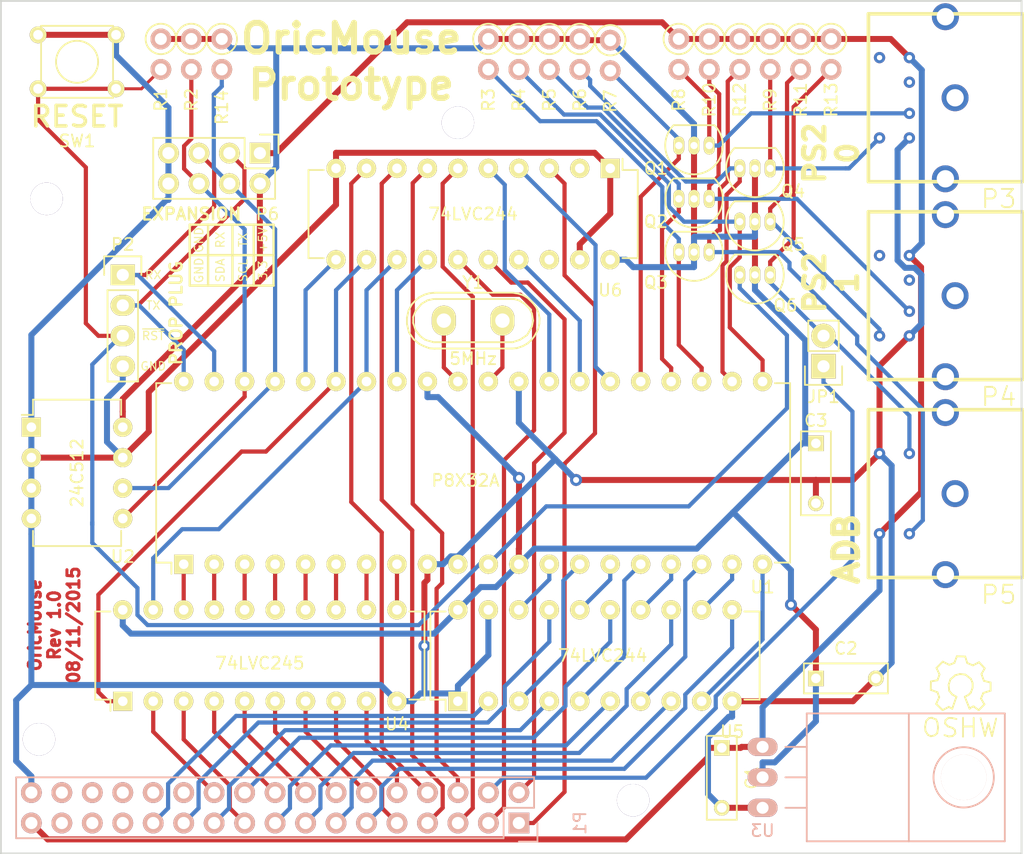
<source format=kicad_pcb>
(kicad_pcb (version 20171130) (host pcbnew "(5.1.12)-1")

  (general
    (thickness 1.6)
    (drawings 34)
    (tracks 525)
    (zones 0)
    (modules 43)
    (nets 83)
  )

  (page A4)
  (layers
    (0 F.Cu signal)
    (31 B.Cu signal)
    (32 B.Adhes user hide)
    (33 F.Adhes user hide)
    (34 B.Paste user hide)
    (35 F.Paste user hide)
    (36 B.SilkS user hide)
    (37 F.SilkS user hide)
    (38 B.Mask user hide)
    (39 F.Mask user hide)
    (40 Dwgs.User user hide)
    (41 Cmts.User user hide)
    (42 Eco1.User user hide)
    (43 Eco2.User user hide)
    (44 Edge.Cuts user)
    (45 Margin user hide)
    (46 B.CrtYd user hide)
    (47 F.CrtYd user hide)
    (48 B.Fab user hide)
    (49 F.Fab user hide)
  )

  (setup
    (last_trace_width 0.25)
    (user_trace_width 0.25)
    (user_trace_width 0.35)
    (user_trace_width 0.45)
    (user_trace_width 0.6)
    (user_trace_width 1)
    (user_trace_width 1.2)
    (user_trace_width 1.3)
    (user_trace_width 1.5)
    (trace_clearance 0.2)
    (zone_clearance 0.25)
    (zone_45_only no)
    (trace_min 0.2)
    (via_size 1)
    (via_drill 0.5)
    (via_min_size 1)
    (via_min_drill 0.5)
    (uvia_size 0.3)
    (uvia_drill 0.1)
    (uvias_allowed no)
    (uvia_min_size 0.2)
    (uvia_min_drill 0.1)
    (edge_width 0.15)
    (segment_width 0.2)
    (pcb_text_width 0.3)
    (pcb_text_size 1.5 1.5)
    (mod_edge_width 0.15)
    (mod_text_size 1 1)
    (mod_text_width 0.15)
    (pad_size 1.6 1.6)
    (pad_drill 0.8)
    (pad_to_mask_clearance 0.1)
    (aux_axis_origin 0 0)
    (visible_elements 7FFFFFFF)
    (pcbplotparams
      (layerselection 0x010f0_80000001)
      (usegerberextensions true)
      (usegerberattributes true)
      (usegerberadvancedattributes true)
      (creategerberjobfile true)
      (excludeedgelayer true)
      (linewidth 0.150000)
      (plotframeref false)
      (viasonmask false)
      (mode 1)
      (useauxorigin false)
      (hpglpennumber 1)
      (hpglpenspeed 20)
      (hpglpendiameter 15.000000)
      (psnegative false)
      (psa4output false)
      (plotreference true)
      (plotvalue true)
      (plotinvisibletext false)
      (padsonsilk false)
      (subtractmaskfromsilk true)
      (outputformat 1)
      (mirror false)
      (drillshape 0)
      (scaleselection 1)
      (outputdirectory "Gerbers/"))
  )

  (net 0 "")
  (net 1 +5V)
  (net 2 GND)
  (net 3 +3V3)
  (net 4 "Net-(JP1-Pad1)")
  (net 5 /~RESET)
  (net 6 /~MAP)
  (net 7 /~ROMDIS)
  (net 8 /Phi2)
  (net 9 /I/O)
  (net 10 /I/O_C)
  (net 11 /R/W)
  (net 12 /~IRQ)
  (net 13 /D2)
  (net 14 /D0)
  (net 15 /A3)
  (net 16 /D1)
  (net 17 /A0)
  (net 18 /D6)
  (net 19 /A1)
  (net 20 /D3)
  (net 21 /A2)
  (net 22 /D4)
  (net 23 /D5)
  (net 24 /A4)
  (net 25 /A5)
  (net 26 /D7)
  (net 27 /A6)
  (net 28 /A15)
  (net 29 /A7)
  (net 30 /A14)
  (net 31 /A8)
  (net 32 /A13)
  (net 33 /A9)
  (net 34 /A12)
  (net 35 /A10)
  (net 36 /A11)
  (net 37 /RX)
  (net 38 /TX)
  (net 39 /~RST)
  (net 40 /SCL)
  (net 41 /SDA)
  (net 42 /PS2_0_DATA)
  (net 43 "Net-(P3-Pad1)")
  (net 44 /PS2_1_DATA)
  (net 45 "Net-(P4-Pad1)")
  (net 46 /ADB_DATA)
  (net 47 "Net-(P5-Pad1)")
  (net 48 /PS2_0_CLK)
  (net 49 "Net-(P3-Pad5)")
  (net 50 /PS2_1_CLK)
  (net 51 "Net-(P4-Pad5)")
  (net 52 /mD0)
  (net 53 /mD1)
  (net 54 /mD2)
  (net 55 /mD3)
  (net 56 /mD4)
  (net 57 /mD5)
  (net 58 /mD6)
  (net 59 /mD7)
  (net 60 /mA0)
  (net 61 /mA1)
  (net 62 /mA2)
  (net 63 /mA3)
  (net 64 /mA4)
  (net 65 /mA5)
  (net 66 /mA6)
  (net 67 /mA7)
  (net 68 /mRW)
  (net 69 /mIO)
  (net 70 /mIOc)
  (net 71 "Net-(U1-Pad30)")
  (net 72 "Net-(U1-Pad31)")
  (net 73 /mIRQ)
  (net 74 /mPhi2)
  (net 75 /mROMDIS)
  (net 76 /mMAP)
  (net 77 "Net-(P3-Pad2)")
  (net 78 "Net-(P3-Pad6)")
  (net 79 "Net-(P4-Pad2)")
  (net 80 "Net-(P4-Pad6)")
  (net 81 "Net-(U6-Pad2)")
  (net 82 "Net-(U6-Pad18)")

  (net_class Default "This is the default net class."
    (clearance 0.2)
    (trace_width 0.25)
    (via_dia 1)
    (via_drill 0.5)
    (uvia_dia 0.3)
    (uvia_drill 0.1)
    (add_net /A0)
    (add_net /A1)
    (add_net /A10)
    (add_net /A11)
    (add_net /A12)
    (add_net /A13)
    (add_net /A14)
    (add_net /A15)
    (add_net /A2)
    (add_net /A3)
    (add_net /A4)
    (add_net /A5)
    (add_net /A6)
    (add_net /A7)
    (add_net /A8)
    (add_net /A9)
    (add_net /ADB_DATA)
    (add_net /D0)
    (add_net /D1)
    (add_net /D2)
    (add_net /D3)
    (add_net /D4)
    (add_net /D5)
    (add_net /D6)
    (add_net /D7)
    (add_net /I/O)
    (add_net /I/O_C)
    (add_net /PS2_0_CLK)
    (add_net /PS2_0_DATA)
    (add_net /PS2_1_CLK)
    (add_net /PS2_1_DATA)
    (add_net /Phi2)
    (add_net /R/W)
    (add_net /RX)
    (add_net /SCL)
    (add_net /SDA)
    (add_net /TX)
    (add_net /mA0)
    (add_net /mA1)
    (add_net /mA2)
    (add_net /mA3)
    (add_net /mA4)
    (add_net /mA5)
    (add_net /mA6)
    (add_net /mA7)
    (add_net /mD0)
    (add_net /mD1)
    (add_net /mD2)
    (add_net /mD3)
    (add_net /mD4)
    (add_net /mD5)
    (add_net /mD6)
    (add_net /mD7)
    (add_net /mIO)
    (add_net /mIOc)
    (add_net /mIRQ)
    (add_net /mMAP)
    (add_net /mPhi2)
    (add_net /mROMDIS)
    (add_net /mRW)
    (add_net /~IRQ)
    (add_net /~MAP)
    (add_net /~RESET)
    (add_net /~ROMDIS)
    (add_net /~RST)
    (add_net "Net-(JP1-Pad1)")
    (add_net "Net-(P3-Pad1)")
    (add_net "Net-(P3-Pad2)")
    (add_net "Net-(P3-Pad5)")
    (add_net "Net-(P3-Pad6)")
    (add_net "Net-(P4-Pad1)")
    (add_net "Net-(P4-Pad2)")
    (add_net "Net-(P4-Pad5)")
    (add_net "Net-(P4-Pad6)")
    (add_net "Net-(P5-Pad1)")
    (add_net "Net-(U1-Pad30)")
    (add_net "Net-(U1-Pad31)")
    (add_net "Net-(U6-Pad18)")
    (add_net "Net-(U6-Pad2)")
  )

  (net_class Bigger ""
    (clearance 0.2)
    (trace_width 0.35)
    (via_dia 1)
    (via_drill 0.5)
    (uvia_dia 0.3)
    (uvia_drill 0.1)
  )

  (net_class "Even bigger" ""
    (clearance 0.2)
    (trace_width 0.45)
    (via_dia 1)
    (via_drill 0.5)
    (uvia_dia 0.3)
    (uvia_drill 0.1)
  )

  (net_class Fat ""
    (clearance 1.27)
    (trace_width 1)
    (via_dia 1)
    (via_drill 0.5)
    (uvia_dia 0.3)
    (uvia_drill 0.1)
  )

  (net_class Power ""
    (clearance 0.25)
    (trace_width 0.5)
    (via_dia 1)
    (via_drill 0.5)
    (uvia_dia 0.3)
    (uvia_drill 0.1)
    (add_net +3V3)
    (add_net +5V)
    (add_net GND)
  )

  (module MiniDIN6 (layer F.Cu) (tedit 5636B144) (tstamp 5632139B)
    (at 167.64 109.68 270)
    (descr "MiniDIN 6 for PS/2")
    (path /562FC676)
    (fp_text reference P4 (at 8.43 -4.445) (layer F.SilkS)
      (effects (font (size 1.524 1.524) (thickness 0.15)))
    )
    (fp_text value "PS2 / 1" (at 0.175 -3.175 270) (layer F.SilkS) hide
      (effects (font (size 1.524 1.524) (thickness 0.15)))
    )
    (fp_line (start -7 -6.415) (end -7 6.415) (layer F.SilkS) (width 0.3))
    (fp_line (start 7 -6.415) (end -7 -6.415) (layer F.SilkS) (width 0.3))
    (fp_line (start 7 6.415) (end 7 -6.415) (layer F.SilkS) (width 0.3))
    (fp_line (start -7 6.415) (end 7 6.415) (layer F.SilkS) (width 0.3))
    (pad 1 thru_hole circle (at 1.3 3 270) (size 0.945 0.945) (drill 0.445) (layers *.Cu *.Mask)
      (net 45 "Net-(P4-Pad1)"))
    (pad 2 thru_hole circle (at -1.3 3 270) (size 0.945 0.945) (drill 0.445) (layers *.Cu *.Mask)
      (net 79 "Net-(P4-Pad2)"))
    (pad 3 thru_hole circle (at 3.35 3 270) (size 0.945 0.945) (drill 0.445) (layers *.Cu *.Mask)
      (net 2 GND))
    (pad 4 thru_hole circle (at -3.35 3 270) (size 0.945 0.945) (drill 0.445) (layers *.Cu *.Mask)
      (net 1 +5V))
    (pad 5 thru_hole circle (at 3.35 5.49 270) (size 0.945 0.945) (drill 0.445) (layers *.Cu *.Mask)
      (net 51 "Net-(P4-Pad5)"))
    (pad 6 thru_hole circle (at -3.35 5.49 270) (size 0.945 0.945) (drill 0.445) (layers *.Cu *.Mask)
      (net 80 "Net-(P4-Pad6)"))
    (pad "" thru_hole circle (at 0 -0.81 270) (size 2.245 2.245) (drill 1.445) (layers *.Cu *.Mask))
    (pad "" thru_hole circle (at 6.76 0 270) (size 2.245 2.245) (drill 1.445) (layers *.Cu *.Mask))
    (pad "" thru_hole circle (at -6.76 0 270) (size 2.245 2.245) (drill 1.445) (layers *.Cu *.Mask))
  )

  (module OricMouse:MiniDIN4 (layer F.Cu) (tedit 5636B19F) (tstamp 563213AA)
    (at 167.64 126.19 270)
    (descr "MiniDIN 4 for PS/2")
    (path /562FC69D)
    (fp_text reference P5 (at 8.43 -4.445) (layer F.SilkS)
      (effects (font (size 1.524 1.524) (thickness 0.15)))
    )
    (fp_text value ADB (at 0.175 -3.175 90) (layer F.SilkS) hide
      (effects (font (size 1.524 1.524) (thickness 0.15)))
    )
    (fp_line (start -7 -6.415) (end -7 6.415) (layer F.SilkS) (width 0.3))
    (fp_line (start 7 -6.415) (end -7 -6.415) (layer F.SilkS) (width 0.3))
    (fp_line (start 7 6.415) (end 7 -6.415) (layer F.SilkS) (width 0.3))
    (fp_line (start -7 6.415) (end 7 6.415) (layer F.SilkS) (width 0.3))
    (pad 1 thru_hole circle (at 3.35 3 270) (size 0.945 0.945) (drill 0.445) (layers *.Cu *.Mask)
      (net 47 "Net-(P5-Pad1)"))
    (pad 2 thru_hole circle (at -3.35 3 270) (size 0.945 0.945) (drill 0.445) (layers *.Cu *.Mask)
      (net 5 /~RESET))
    (pad 3 thru_hole circle (at 3.35 5.49 270) (size 0.945 0.945) (drill 0.445) (layers *.Cu *.Mask)
      (net 1 +5V))
    (pad 4 thru_hole circle (at -3.35 5.49 270) (size 0.945 0.945) (drill 0.445) (layers *.Cu *.Mask)
      (net 2 GND))
    (pad "" thru_hole circle (at 0 -0.81 270) (size 2.245 2.245) (drill 1.445) (layers *.Cu *.Mask))
    (pad "" thru_hole circle (at 6.76 0 270) (size 2.245 2.245) (drill 1.445) (layers *.Cu *.Mask))
    (pad "" thru_hole circle (at -6.76 0 270) (size 2.245 2.245) (drill 1.445) (layers *.Cu *.Mask))
  )

  (module OricMouse:SW_PUSH_SMALL (layer F.Cu) (tedit 56367B14) (tstamp 563213B7)
    (at 95.25 90.17)
    (path /562FD86A)
    (fp_text reference SW1 (at 0 6.604) (layer F.SilkS)
      (effects (font (size 1 1) (thickness 0.15)))
    )
    (fp_text value RESET (at 0 4.572) (layer F.SilkS)
      (effects (font (size 1.7 1.7) (thickness 0.3)))
    )
    (fp_line (start -3 -3) (end -3 3) (layer F.SilkS) (width 0.15))
    (fp_line (start 3 3) (end -3 3) (layer F.SilkS) (width 0.15))
    (fp_line (start 3 -3) (end 3 3) (layer F.SilkS) (width 0.15))
    (fp_line (start -3 -3) (end 3 -3) (layer F.SilkS) (width 0.15))
    (fp_circle (center 0 0) (end 0 -1.755) (layer F.SilkS) (width 0.15))
    (pad 1 thru_hole circle (at 3.25 -2.25) (size 1.397 1.397) (drill 0.8128) (layers *.Cu *.Mask F.SilkS)
      (net 2 GND))
    (pad 2 thru_hole circle (at 3.25 2.25) (size 1.397 1.397) (drill 0.8128) (layers *.Cu *.Mask F.SilkS)
      (net 39 /~RST))
    (pad 1 thru_hole circle (at -3.25 -2.25) (size 1.397 1.397) (drill 0.8128) (layers *.Cu *.Mask F.SilkS)
      (net 2 GND))
    (pad 2 thru_hole circle (at -3.25 2.25) (size 1.397 1.397) (drill 0.8128) (layers *.Cu *.Mask F.SilkS)
      (net 39 /~RST))
  )

  (module Crystals:Crystal_HC50-U_Vertical (layer F.Cu) (tedit 5634E1D3) (tstamp 56308FDD)
    (at 128.27 111.76)
    (descr "Crystal, Quarz, HC50/U, vertical, stehend,")
    (tags "Crystal, Quarz, HC50/U, vertical, stehend,")
    (path /562FCE0B)
    (fp_text reference Y1 (at 0 -3.175) (layer F.SilkS)
      (effects (font (size 1 1) (thickness 0.15)))
    )
    (fp_text value 5MHz (at 0 3.175) (layer F.SilkS)
      (effects (font (size 1 1) (thickness 0.15)))
    )
    (fp_line (start -3.2004 -2.32918) (end 3.2512 -2.32918) (layer F.SilkS) (width 0.15))
    (fp_line (start 3.6703 2.29108) (end 4.16052 2.1209) (layer F.SilkS) (width 0.15))
    (fp_line (start 3.2512 2.32918) (end 3.6703 2.29108) (layer F.SilkS) (width 0.15))
    (fp_line (start -3.2004 2.32918) (end 3.2512 2.32918) (layer F.SilkS) (width 0.15))
    (fp_line (start 3.73126 -2.2606) (end 3.2893 -2.32918) (layer F.SilkS) (width 0.15))
    (fp_line (start 4.16052 -2.1209) (end 3.73126 -2.2606) (layer F.SilkS) (width 0.15))
    (fp_line (start 4.54914 -1.88976) (end 4.16052 -2.1209) (layer F.SilkS) (width 0.15))
    (fp_line (start 4.89966 -1.56972) (end 4.54914 -1.88976) (layer F.SilkS) (width 0.15))
    (fp_line (start 5.26034 -1.09982) (end 4.89966 -1.56972) (layer F.SilkS) (width 0.15))
    (fp_line (start 5.45084 -0.65024) (end 5.26034 -1.09982) (layer F.SilkS) (width 0.15))
    (fp_line (start 5.53974 -0.1905) (end 5.45084 -0.65024) (layer F.SilkS) (width 0.15))
    (fp_line (start 5.51942 0.26924) (end 5.53974 -0.1905) (layer F.SilkS) (width 0.15))
    (fp_line (start 5.4102 0.73914) (end 5.51942 0.26924) (layer F.SilkS) (width 0.15))
    (fp_line (start 5.11048 1.29032) (end 5.4102 0.73914) (layer F.SilkS) (width 0.15))
    (fp_line (start 4.85902 1.62052) (end 5.11048 1.29032) (layer F.SilkS) (width 0.15))
    (fp_line (start 4.53898 1.89992) (end 4.85902 1.62052) (layer F.SilkS) (width 0.15))
    (fp_line (start 4.16052 2.1209) (end 4.53898 1.89992) (layer F.SilkS) (width 0.15))
    (fp_line (start -3.6195 2.30886) (end -3.18008 2.33934) (layer F.SilkS) (width 0.15))
    (fp_line (start -4.06908 2.14884) (end -3.6195 2.30886) (layer F.SilkS) (width 0.15))
    (fp_line (start -4.49072 1.94056) (end -4.06908 2.14884) (layer F.SilkS) (width 0.15))
    (fp_line (start -4.95046 1.56972) (end -4.49072 1.94056) (layer F.SilkS) (width 0.15))
    (fp_line (start -5.34924 0.98044) (end -4.95046 1.56972) (layer F.SilkS) (width 0.15))
    (fp_line (start -5.51942 0.2794) (end -5.34924 0.98044) (layer F.SilkS) (width 0.15))
    (fp_line (start -5.51942 -0.23114) (end -5.51942 0.2794) (layer F.SilkS) (width 0.15))
    (fp_line (start -5.38988 -0.83058) (end -5.51942 -0.23114) (layer F.SilkS) (width 0.15))
    (fp_line (start -5.10032 -1.36906) (end -5.38988 -0.83058) (layer F.SilkS) (width 0.15))
    (fp_line (start -4.77012 -1.71958) (end -5.10032 -1.36906) (layer F.SilkS) (width 0.15))
    (fp_line (start -4.48056 -1.95072) (end -4.77012 -1.71958) (layer F.SilkS) (width 0.15))
    (fp_line (start -4.04876 -2.16916) (end -4.48056 -1.95072) (layer F.SilkS) (width 0.15))
    (fp_line (start -3.64998 -2.28092) (end -4.04876 -2.16916) (layer F.SilkS) (width 0.15))
    (fp_line (start -3.19024 -2.32918) (end -3.64998 -2.28092) (layer F.SilkS) (width 0.15))
    (fp_line (start 4.30022 -1.39954) (end 4.8006 -0.89916) (layer F.SilkS) (width 0.15))
    (fp_line (start 3.79984 -1.69926) (end 4.30022 -1.39954) (layer F.SilkS) (width 0.15))
    (fp_line (start 3.40106 -1.80086) (end 3.79984 -1.69926) (layer F.SilkS) (width 0.15))
    (fp_line (start -3.2004 -1.80086) (end 3.40106 -1.80086) (layer F.SilkS) (width 0.15))
    (fp_line (start -3.79984 -1.69926) (end -3.29946 -1.80086) (layer F.SilkS) (width 0.15))
    (fp_line (start -4.30022 -1.39954) (end -3.79984 -1.69926) (layer F.SilkS) (width 0.15))
    (fp_line (start -4.8006 -0.8001) (end -4.30022 -1.39954) (layer F.SilkS) (width 0.15))
    (fp_line (start -5.00126 -0.29972) (end -4.8006 -0.8001) (layer F.SilkS) (width 0.15))
    (fp_line (start -5.00126 0.20066) (end -5.00126 -0.29972) (layer F.SilkS) (width 0.15))
    (fp_line (start -4.8006 0.8001) (end -5.00126 0.20066) (layer F.SilkS) (width 0.15))
    (fp_line (start -4.39928 1.30048) (end -4.8006 0.8001) (layer F.SilkS) (width 0.15))
    (fp_line (start -4.0005 1.6002) (end -4.39928 1.30048) (layer F.SilkS) (width 0.15))
    (fp_line (start -3.29946 1.80086) (end -4.0005 1.6002) (layer F.SilkS) (width 0.15))
    (fp_line (start 3.29946 1.80086) (end -3.29946 1.80086) (layer F.SilkS) (width 0.15))
    (fp_line (start 3.8989 1.6002) (end 3.29946 1.80086) (layer F.SilkS) (width 0.15))
    (fp_line (start 4.50088 1.19888) (end 3.8989 1.6002) (layer F.SilkS) (width 0.15))
    (fp_line (start 4.89966 0.50038) (end 4.50088 1.19888) (layer F.SilkS) (width 0.15))
    (fp_line (start 5.00126 0) (end 4.89966 0.50038) (layer F.SilkS) (width 0.15))
    (fp_line (start 4.89966 -0.59944) (end 5.00126 0) (layer F.SilkS) (width 0.15))
    (fp_line (start 4.699 -1.00076) (end 4.89966 -0.59944) (layer F.SilkS) (width 0.15))
    (pad 1 thru_hole oval (at -2.44094 0) (size 1.99898 2.49936) (drill 1.19888) (layers *.Cu *.Mask F.SilkS)
      (net 72 "Net-(U1-Pad31)"))
    (pad 2 thru_hole oval (at 2.44094 0) (size 1.99898 2.49936) (drill 1.19888) (layers *.Cu *.Mask F.SilkS)
      (net 71 "Net-(U1-Pad30)"))
    (model Crystals.3dshapes/HC-49V.wrl
      (at (xyz 0 0 0))
      (scale (xyz 1 1 0.3))
      (rotate (xyz 0 0 0))
    )
  )

  (module Transistors_TO-220:TO-220_Neutral123_Horizontal (layer B.Cu) (tedit 56366C0D) (tstamp 56308F3B)
    (at 152.4 149.86 90)
    (descr "TO-220, Neutral, Horizontal,")
    (tags "TO-220, Neutral, Horizontal,")
    (path /562FC73C)
    (fp_text reference U3 (at -4.445 0 180) (layer B.SilkS)
      (effects (font (size 1 1) (thickness 0.15)) (justify mirror))
    )
    (fp_text value LD1117 (at 0 22.86 90) (layer B.Fab)
      (effects (font (size 1 1) (thickness 0.15)) (justify mirror))
    )
    (fp_line (start 0 3.683) (end 5.334 3.683) (layer B.SilkS) (width 0.15))
    (fp_line (start 0 3.683) (end -5.334 3.683) (layer B.SilkS) (width 0.15))
    (fp_line (start -5.334 12.192) (end -5.334 3.683) (layer B.SilkS) (width 0.15))
    (fp_line (start 5.334 12.192) (end -5.334 12.192) (layer B.SilkS) (width 0.15))
    (fp_line (start 5.334 3.683) (end 5.334 12.192) (layer B.SilkS) (width 0.15))
    (fp_line (start -5.334 20.193) (end -5.334 12.192) (layer B.SilkS) (width 0.15))
    (fp_line (start 5.334 20.193) (end -5.334 20.193) (layer B.SilkS) (width 0.15))
    (fp_line (start 5.334 12.192) (end 5.334 20.193) (layer B.SilkS) (width 0.15))
    (fp_line (start 2.54 3.683) (end 2.54 1.905) (layer B.SilkS) (width 0.15))
    (fp_line (start 0 3.683) (end 0 1.905) (layer B.SilkS) (width 0.15))
    (fp_line (start -2.54 3.683) (end -2.54 1.905) (layer B.SilkS) (width 0.15))
    (fp_circle (center 0 16.764) (end 1.778 14.986) (layer B.SilkS) (width 0.15))
    (pad 2 thru_hole oval (at 0 0) (size 2.49936 1.50114) (drill 1.00076) (layers *.Cu *.Mask B.SilkS)
      (net 3 +3V3))
    (pad 1 thru_hole oval (at -2.54 0) (size 2.49936 1.50114) (drill 1.00076) (layers *.Cu *.Mask B.SilkS)
      (net 2 GND))
    (pad 3 thru_hole oval (at 2.54 0) (size 2.49936 1.50114) (drill 1.00076) (layers *.Cu *.Mask B.SilkS)
      (net 1 +5V))
    (pad "" np_thru_hole circle (at 0 16.764) (size 3.79984 3.79984) (drill 3.79984) (layers *.Cu *.Mask B.SilkS))
    (model Transistors_TO-220.3dshapes/TO-220_Bipolar-BCE_Horizontal.wrl
      (at (xyz 0 0 0))
      (scale (xyz 0.4 0.4 0.4))
      (rotate (xyz 0 0 0))
    )
  )

  (module Capacitors_ThroughHole:C_Rect_L7_W2.5_P5 (layer F.Cu) (tedit 0) (tstamp 56308D96)
    (at 149 147.4 270)
    (descr "Film Capacitor Length 7mm x Width 2.5mm, Pitch 5mm")
    (tags Capacitor)
    (path /562FEFA8)
    (fp_text reference C1 (at 2.5 -2.5 270) (layer F.SilkS)
      (effects (font (size 1 1) (thickness 0.15)))
    )
    (fp_text value 0.1uF (at 2.5 2.5 270) (layer F.Fab)
      (effects (font (size 1 1) (thickness 0.15)))
    )
    (fp_line (start -1 1.25) (end -1 -1.25) (layer F.SilkS) (width 0.15))
    (fp_line (start 6 1.25) (end -1 1.25) (layer F.SilkS) (width 0.15))
    (fp_line (start 6 -1.25) (end 6 1.25) (layer F.SilkS) (width 0.15))
    (fp_line (start -1 -1.25) (end 6 -1.25) (layer F.SilkS) (width 0.15))
    (fp_line (start -1.25 1.5) (end -1.25 -1.5) (layer F.CrtYd) (width 0.05))
    (fp_line (start 6.25 1.5) (end -1.25 1.5) (layer F.CrtYd) (width 0.05))
    (fp_line (start 6.25 -1.5) (end 6.25 1.5) (layer F.CrtYd) (width 0.05))
    (fp_line (start -1.25 -1.5) (end 6.25 -1.5) (layer F.CrtYd) (width 0.05))
    (pad 1 thru_hole rect (at 0 0 270) (size 1.3 1.3) (drill 0.8) (layers *.Cu *.Mask F.SilkS)
      (net 1 +5V))
    (pad 2 thru_hole circle (at 5 0 270) (size 1.3 1.3) (drill 0.8) (layers *.Cu *.Mask F.SilkS)
      (net 2 GND))
    (model Capacitors_ThroughHole.3dshapes/C_Rect_L7_W2_P5.wrl
      (offset (xyz 2.523997962093353 0 0))
      (scale (xyz 1 1 1))
      (rotate (xyz 0 0 0))
    )
  )

  (module Capacitors_ThroughHole:C_Rect_L7_W2.5_P5 (layer F.Cu) (tedit 0) (tstamp 56308DA4)
    (at 156.845 141.605)
    (descr "Film Capacitor Length 7mm x Width 2.5mm, Pitch 5mm")
    (tags Capacitor)
    (path /562FEFEB)
    (fp_text reference C2 (at 2.5 -2.5) (layer F.SilkS)
      (effects (font (size 1 1) (thickness 0.15)))
    )
    (fp_text value 0.1uF (at 2.5 2.5) (layer F.Fab)
      (effects (font (size 1 1) (thickness 0.15)))
    )
    (fp_line (start -1 1.25) (end -1 -1.25) (layer F.SilkS) (width 0.15))
    (fp_line (start 6 1.25) (end -1 1.25) (layer F.SilkS) (width 0.15))
    (fp_line (start 6 -1.25) (end 6 1.25) (layer F.SilkS) (width 0.15))
    (fp_line (start -1 -1.25) (end 6 -1.25) (layer F.SilkS) (width 0.15))
    (fp_line (start -1.25 1.5) (end -1.25 -1.5) (layer F.CrtYd) (width 0.05))
    (fp_line (start 6.25 1.5) (end -1.25 1.5) (layer F.CrtYd) (width 0.05))
    (fp_line (start 6.25 -1.5) (end 6.25 1.5) (layer F.CrtYd) (width 0.05))
    (fp_line (start -1.25 -1.5) (end 6.25 -1.5) (layer F.CrtYd) (width 0.05))
    (pad 1 thru_hole rect (at 0 0) (size 1.3 1.3) (drill 0.8) (layers *.Cu *.Mask F.SilkS)
      (net 3 +3V3))
    (pad 2 thru_hole circle (at 5 0) (size 1.3 1.3) (drill 0.8) (layers *.Cu *.Mask F.SilkS)
      (net 2 GND))
    (model Capacitors_ThroughHole.3dshapes/C_Rect_L7_W2_P5.wrl
      (offset (xyz 2.523997962093353 0 0))
      (scale (xyz 1 1 1))
      (rotate (xyz 0 0 0))
    )
  )

  (module Capacitors_ThroughHole:C_Rect_L7_W2.5_P5 (layer F.Cu) (tedit 0) (tstamp 56308DB2)
    (at 156.845 122 270)
    (descr "Film Capacitor Length 7mm x Width 2.5mm, Pitch 5mm")
    (tags Capacitor)
    (path /56300E20)
    (fp_text reference C3 (at -1.905 0) (layer F.SilkS)
      (effects (font (size 1 1) (thickness 0.15)))
    )
    (fp_text value 1uF (at 2.5 2.5 270) (layer F.Fab)
      (effects (font (size 1 1) (thickness 0.15)))
    )
    (fp_line (start -1 1.25) (end -1 -1.25) (layer F.SilkS) (width 0.15))
    (fp_line (start 6 1.25) (end -1 1.25) (layer F.SilkS) (width 0.15))
    (fp_line (start 6 -1.25) (end 6 1.25) (layer F.SilkS) (width 0.15))
    (fp_line (start -1 -1.25) (end 6 -1.25) (layer F.SilkS) (width 0.15))
    (fp_line (start -1.25 1.5) (end -1.25 -1.5) (layer F.CrtYd) (width 0.05))
    (fp_line (start 6.25 1.5) (end -1.25 1.5) (layer F.CrtYd) (width 0.05))
    (fp_line (start 6.25 -1.5) (end 6.25 1.5) (layer F.CrtYd) (width 0.05))
    (fp_line (start -1.25 -1.5) (end 6.25 -1.5) (layer F.CrtYd) (width 0.05))
    (pad 1 thru_hole rect (at 0 0 270) (size 1.3 1.3) (drill 0.8) (layers *.Cu *.Mask F.SilkS)
      (net 3 +3V3))
    (pad 2 thru_hole circle (at 5 0 270) (size 1.3 1.3) (drill 0.8) (layers *.Cu *.Mask F.SilkS)
      (net 2 GND))
  )

  (module Pin_Headers:Pin_Header_Straight_1x02 (layer F.Cu) (tedit 54EA090C) (tstamp 56308DC3)
    (at 157.48 115.57 180)
    (descr "Through hole pin header")
    (tags "pin header")
    (path /56314FAA)
    (fp_text reference JP1 (at 0 -2.54 180) (layer F.SilkS)
      (effects (font (size 1 1) (thickness 0.15)))
    )
    (fp_text value JUMPER (at 0 -3.1 180) (layer F.Fab)
      (effects (font (size 1 1) (thickness 0.15)))
    )
    (fp_line (start -1.27 3.81) (end 1.27 3.81) (layer F.SilkS) (width 0.15))
    (fp_line (start -1.27 1.27) (end -1.27 3.81) (layer F.SilkS) (width 0.15))
    (fp_line (start -1.55 -1.55) (end 1.55 -1.55) (layer F.SilkS) (width 0.15))
    (fp_line (start -1.55 0) (end -1.55 -1.55) (layer F.SilkS) (width 0.15))
    (fp_line (start 1.27 1.27) (end -1.27 1.27) (layer F.SilkS) (width 0.15))
    (fp_line (start -1.75 4.3) (end 1.75 4.3) (layer F.CrtYd) (width 0.05))
    (fp_line (start -1.75 -1.75) (end 1.75 -1.75) (layer F.CrtYd) (width 0.05))
    (fp_line (start 1.75 -1.75) (end 1.75 4.3) (layer F.CrtYd) (width 0.05))
    (fp_line (start -1.75 -1.75) (end -1.75 4.3) (layer F.CrtYd) (width 0.05))
    (fp_line (start 1.55 -1.55) (end 1.55 0) (layer F.SilkS) (width 0.15))
    (fp_line (start 1.27 1.27) (end 1.27 3.81) (layer F.SilkS) (width 0.15))
    (pad 1 thru_hole rect (at 0 0 180) (size 2.032 2.032) (drill 1.016) (layers *.Cu *.Mask F.SilkS)
      (net 4 "Net-(JP1-Pad1)"))
    (pad 2 thru_hole oval (at 0 2.54 180) (size 2.032 2.032) (drill 1.016) (layers *.Cu *.Mask F.SilkS)
      (net 5 /~RESET))
    (model Pin_Headers.3dshapes/Pin_Header_Straight_1x02.wrl
      (offset (xyz 0 -1.269999980926514 0))
      (scale (xyz 1 1 1))
      (rotate (xyz 0 0 90))
    )
  )

  (module Pin_Headers:Pin_Header_Straight_2x17 (layer B.Cu) (tedit 0) (tstamp 56308DF5)
    (at 132.08 153.67 90)
    (descr "Through hole pin header")
    (tags "pin header")
    (path /562FA4E6)
    (fp_text reference P1 (at 0 5.1 90) (layer B.SilkS)
      (effects (font (size 1 1) (thickness 0.15)) (justify mirror))
    )
    (fp_text value CONN_02X17 (at 0 3.1 90) (layer B.Fab)
      (effects (font (size 1 1) (thickness 0.15)) (justify mirror))
    )
    (fp_line (start -1.55 1.55) (end -1.55 0) (layer B.SilkS) (width 0.15))
    (fp_line (start 1.27 -1.27) (end -1.27 -1.27) (layer B.SilkS) (width 0.15))
    (fp_line (start 1.27 1.27) (end 1.27 -1.27) (layer B.SilkS) (width 0.15))
    (fp_line (start 0 1.55) (end -1.55 1.55) (layer B.SilkS) (width 0.15))
    (fp_line (start 3.81 1.27) (end 1.27 1.27) (layer B.SilkS) (width 0.15))
    (fp_line (start 3.81 -41.91) (end -1.27 -41.91) (layer B.SilkS) (width 0.15))
    (fp_line (start -1.27 -1.27) (end -1.27 -41.91) (layer B.SilkS) (width 0.15))
    (fp_line (start 3.81 -41.91) (end 3.81 1.27) (layer B.SilkS) (width 0.15))
    (fp_line (start -1.75 -42.4) (end 4.3 -42.4) (layer B.CrtYd) (width 0.05))
    (fp_line (start -1.75 1.75) (end 4.3 1.75) (layer B.CrtYd) (width 0.05))
    (fp_line (start 4.3 1.75) (end 4.3 -42.4) (layer B.CrtYd) (width 0.05))
    (fp_line (start -1.75 1.75) (end -1.75 -42.4) (layer B.CrtYd) (width 0.05))
    (pad 1 thru_hole rect (at 0 0 90) (size 1.7272 1.7272) (drill 1.016) (layers *.Cu *.Mask B.SilkS)
      (net 6 /~MAP))
    (pad 2 thru_hole oval (at 2.54 0 90) (size 1.7272 1.7272) (drill 1.016) (layers *.Cu *.Mask B.SilkS)
      (net 7 /~ROMDIS))
    (pad 3 thru_hole oval (at 0 -2.54 90) (size 1.7272 1.7272) (drill 1.016) (layers *.Cu *.Mask B.SilkS)
      (net 8 /Phi2))
    (pad 4 thru_hole oval (at 2.54 -2.54 90) (size 1.7272 1.7272) (drill 1.016) (layers *.Cu *.Mask B.SilkS)
      (net 4 "Net-(JP1-Pad1)"))
    (pad 5 thru_hole oval (at 0 -5.08 90) (size 1.7272 1.7272) (drill 1.016) (layers *.Cu *.Mask B.SilkS)
      (net 9 /I/O))
    (pad 6 thru_hole oval (at 2.54 -5.08 90) (size 1.7272 1.7272) (drill 1.016) (layers *.Cu *.Mask B.SilkS)
      (net 10 /I/O_C))
    (pad 7 thru_hole oval (at 0 -7.62 90) (size 1.7272 1.7272) (drill 1.016) (layers *.Cu *.Mask B.SilkS)
      (net 11 /R/W))
    (pad 8 thru_hole oval (at 2.54 -7.62 90) (size 1.7272 1.7272) (drill 1.016) (layers *.Cu *.Mask B.SilkS)
      (net 12 /~IRQ))
    (pad 9 thru_hole oval (at 0 -10.16 90) (size 1.7272 1.7272) (drill 1.016) (layers *.Cu *.Mask B.SilkS)
      (net 13 /D2))
    (pad 10 thru_hole oval (at 2.54 -10.16 90) (size 1.7272 1.7272) (drill 1.016) (layers *.Cu *.Mask B.SilkS)
      (net 14 /D0))
    (pad 11 thru_hole oval (at 0 -12.7 90) (size 1.7272 1.7272) (drill 1.016) (layers *.Cu *.Mask B.SilkS)
      (net 15 /A3))
    (pad 12 thru_hole oval (at 2.54 -12.7 90) (size 1.7272 1.7272) (drill 1.016) (layers *.Cu *.Mask B.SilkS)
      (net 16 /D1))
    (pad 13 thru_hole oval (at 0 -15.24 90) (size 1.7272 1.7272) (drill 1.016) (layers *.Cu *.Mask B.SilkS)
      (net 17 /A0))
    (pad 14 thru_hole oval (at 2.54 -15.24 90) (size 1.7272 1.7272) (drill 1.016) (layers *.Cu *.Mask B.SilkS)
      (net 18 /D6))
    (pad 15 thru_hole oval (at 0 -17.78 90) (size 1.7272 1.7272) (drill 1.016) (layers *.Cu *.Mask B.SilkS)
      (net 19 /A1))
    (pad 16 thru_hole oval (at 2.54 -17.78 90) (size 1.7272 1.7272) (drill 1.016) (layers *.Cu *.Mask B.SilkS)
      (net 20 /D3))
    (pad 17 thru_hole oval (at 0 -20.32 90) (size 1.7272 1.7272) (drill 1.016) (layers *.Cu *.Mask B.SilkS)
      (net 21 /A2))
    (pad 18 thru_hole oval (at 2.54 -20.32 90) (size 1.7272 1.7272) (drill 1.016) (layers *.Cu *.Mask B.SilkS)
      (net 22 /D4))
    (pad 19 thru_hole oval (at 0 -22.86 90) (size 1.7272 1.7272) (drill 1.016) (layers *.Cu *.Mask B.SilkS)
      (net 23 /D5))
    (pad 20 thru_hole oval (at 2.54 -22.86 90) (size 1.7272 1.7272) (drill 1.016) (layers *.Cu *.Mask B.SilkS)
      (net 24 /A4))
    (pad 21 thru_hole oval (at 0 -25.4 90) (size 1.7272 1.7272) (drill 1.016) (layers *.Cu *.Mask B.SilkS)
      (net 25 /A5))
    (pad 22 thru_hole oval (at 2.54 -25.4 90) (size 1.7272 1.7272) (drill 1.016) (layers *.Cu *.Mask B.SilkS)
      (net 26 /D7))
    (pad 23 thru_hole oval (at 0 -27.94 90) (size 1.7272 1.7272) (drill 1.016) (layers *.Cu *.Mask B.SilkS)
      (net 27 /A6))
    (pad 24 thru_hole oval (at 2.54 -27.94 90) (size 1.7272 1.7272) (drill 1.016) (layers *.Cu *.Mask B.SilkS)
      (net 28 /A15))
    (pad 25 thru_hole oval (at 0 -30.48 90) (size 1.7272 1.7272) (drill 1.016) (layers *.Cu *.Mask B.SilkS)
      (net 29 /A7))
    (pad 26 thru_hole oval (at 2.54 -30.48 90) (size 1.7272 1.7272) (drill 1.016) (layers *.Cu *.Mask B.SilkS)
      (net 30 /A14))
    (pad 27 thru_hole oval (at 0 -33.02 90) (size 1.7272 1.7272) (drill 1.016) (layers *.Cu *.Mask B.SilkS)
      (net 31 /A8))
    (pad 28 thru_hole oval (at 2.54 -33.02 90) (size 1.7272 1.7272) (drill 1.016) (layers *.Cu *.Mask B.SilkS)
      (net 32 /A13))
    (pad 29 thru_hole oval (at 0 -35.56 90) (size 1.7272 1.7272) (drill 1.016) (layers *.Cu *.Mask B.SilkS)
      (net 33 /A9))
    (pad 30 thru_hole oval (at 2.54 -35.56 90) (size 1.7272 1.7272) (drill 1.016) (layers *.Cu *.Mask B.SilkS)
      (net 34 /A12))
    (pad 31 thru_hole oval (at 0 -38.1 90) (size 1.7272 1.7272) (drill 1.016) (layers *.Cu *.Mask B.SilkS)
      (net 35 /A10))
    (pad 32 thru_hole oval (at 2.54 -38.1 90) (size 1.7272 1.7272) (drill 1.016) (layers *.Cu *.Mask B.SilkS)
      (net 36 /A11))
    (pad 33 thru_hole oval (at 0 -40.64 90) (size 1.7272 1.7272) (drill 1.016) (layers *.Cu *.Mask B.SilkS)
      (net 1 +5V))
    (pad 34 thru_hole oval (at 2.54 -40.64 90) (size 1.7272 1.7272) (drill 1.016) (layers *.Cu *.Mask B.SilkS)
      (net 2 GND))
    (model Pin_Headers.3dshapes/Pin_Header_Straight_2x17.wrl
      (offset (xyz 1.269999980926514 -20.31999969482422 0))
      (scale (xyz 1 1 1))
      (rotate (xyz 0 0 90))
    )
  )

  (module Pin_Headers:Pin_Header_Straight_2x04 (layer F.Cu) (tedit 5633B68F) (tstamp 5)
    (at 110.49 97.79 270)
    (descr "Through hole pin header")
    (tags "pin header")
    (path /56313EA9)
    (fp_text reference P6 (at 5.08 -0.635) (layer F.SilkS)
      (effects (font (size 1 1) (thickness 0.15)))
    )
    (fp_text value EXPANSION (at 5.08 5.715) (layer F.SilkS)
      (effects (font (size 1 1) (thickness 0.2)))
    )
    (fp_line (start -1.55 -1.55) (end -1.55 0) (layer F.SilkS) (width 0.15))
    (fp_line (start 1.27 1.27) (end -1.27 1.27) (layer F.SilkS) (width 0.15))
    (fp_line (start 1.27 -1.27) (end 1.27 1.27) (layer F.SilkS) (width 0.15))
    (fp_line (start 0 -1.55) (end -1.55 -1.55) (layer F.SilkS) (width 0.15))
    (fp_line (start 3.81 -1.27) (end 1.27 -1.27) (layer F.SilkS) (width 0.15))
    (fp_line (start 3.81 8.89) (end 3.81 -1.27) (layer F.SilkS) (width 0.15))
    (fp_line (start -1.27 8.89) (end 3.81 8.89) (layer F.SilkS) (width 0.15))
    (fp_line (start -1.27 1.27) (end -1.27 8.89) (layer F.SilkS) (width 0.15))
    (fp_line (start -1.75 9.4) (end 4.3 9.4) (layer F.CrtYd) (width 0.05))
    (fp_line (start -1.75 -1.75) (end 4.3 -1.75) (layer F.CrtYd) (width 0.05))
    (fp_line (start 4.3 -1.75) (end 4.3 9.4) (layer F.CrtYd) (width 0.05))
    (fp_line (start -1.75 -1.75) (end -1.75 9.4) (layer F.CrtYd) (width 0.05))
    (pad 1 thru_hole rect (at 0 0 270) (size 1.7272 1.7272) (drill 1.016) (layers *.Cu *.Mask F.SilkS)
      (net 1 +5V))
    (pad 2 thru_hole oval (at 2.54 0 270) (size 1.7272 1.7272) (drill 1.016) (layers *.Cu *.Mask F.SilkS)
      (net 3 +3V3))
    (pad 3 thru_hole oval (at 0 2.54 270) (size 1.7272 1.7272) (drill 1.016) (layers *.Cu *.Mask F.SilkS)
      (net 38 /TX))
    (pad 4 thru_hole oval (at 2.54 2.54 270) (size 1.7272 1.7272) (drill 1.016) (layers *.Cu *.Mask F.SilkS)
      (net 40 /SCL))
    (pad 5 thru_hole oval (at 0 5.08 270) (size 1.7272 1.7272) (drill 1.016) (layers *.Cu *.Mask F.SilkS)
      (net 37 /RX))
    (pad 6 thru_hole oval (at 2.54 5.08 270) (size 1.7272 1.7272) (drill 1.016) (layers *.Cu *.Mask F.SilkS)
      (net 41 /SDA))
    (pad 7 thru_hole oval (at 0 7.62 270) (size 1.7272 1.7272) (drill 1.016) (layers *.Cu *.Mask F.SilkS)
      (net 2 GND))
    (pad 8 thru_hole oval (at 2.54 7.62 270) (size 1.7272 1.7272) (drill 1.016) (layers *.Cu *.Mask F.SilkS)
      (net 2 GND))
    (model Pin_Headers.3dshapes/Pin_Header_Straight_2x04.wrl
      (offset (xyz 1.269999980926514 -3.809999942779541 -1.523999977111816))
      (scale (xyz 1 1 1))
      (rotate (xyz 180 0 90))
    )
  )

  (module Housings_TO-92:TO-92_Inline_Narrow_Oval (layer F.Cu) (tedit 54F24281) (tstamp 56308E2E)
    (at 147.955 97.155 180)
    (descr "TO-92 leads in-line, narrow, oval pads, drill 0.6mm (see NXP sot054_po.pdf)")
    (tags "to-92 sc-43 sc-43a sot54 PA33 transistor")
    (path /562FFD59)
    (fp_text reference Q1 (at 4.445 -1.905 180) (layer F.SilkS)
      (effects (font (size 1 1) (thickness 0.15)))
    )
    (fp_text value BS170 (at 0 3 180) (layer F.Fab)
      (effects (font (size 1 1) (thickness 0.15)))
    )
    (fp_line (start 3.95 1.95) (end 3.95 -2.65) (layer F.CrtYd) (width 0.05))
    (fp_line (start -1.4 -2.65) (end 3.95 -2.65) (layer F.CrtYd) (width 0.05))
    (fp_line (start -0.43 1.7) (end 2.97 1.7) (layer F.SilkS) (width 0.15))
    (fp_line (start -1.4 1.95) (end 3.95 1.95) (layer F.CrtYd) (width 0.05))
    (fp_line (start -1.4 1.95) (end -1.4 -2.65) (layer F.CrtYd) (width 0.05))
    (fp_arc (start 1.27 0) (end 1.27 -2.4) (angle -135) (layer F.SilkS) (width 0.15))
    (fp_arc (start 1.27 0) (end 1.27 -2.4) (angle 135) (layer F.SilkS) (width 0.15))
    (pad 2 thru_hole oval (at 1.27 0) (size 0.89916 1.50114) (drill 0.6) (layers *.Cu *.Mask F.SilkS)
      (net 3 +3V3))
    (pad 3 thru_hole oval (at 2.54 0) (size 0.89916 1.50114) (drill 0.6) (layers *.Cu *.Mask F.SilkS)
      (net 42 /PS2_0_DATA))
    (pad 1 thru_hole oval (at 0 0) (size 0.89916 1.50114) (drill 0.6) (layers *.Cu *.Mask F.SilkS)
      (net 43 "Net-(P3-Pad1)"))
    (model Housings_TO-92.3dshapes/TO-92_Inline_Narrow_Oval.wrl
      (offset (xyz 1.269999980926514 0 0))
      (scale (xyz 1 1 1))
      (rotate (xyz 0 0 -90))
    )
  )

  (module Housings_TO-92:TO-92_Inline_Narrow_Oval (layer F.Cu) (tedit 54F24281) (tstamp 56308E3C)
    (at 147.955 101.6 180)
    (descr "TO-92 leads in-line, narrow, oval pads, drill 0.6mm (see NXP sot054_po.pdf)")
    (tags "to-92 sc-43 sc-43a sot54 PA33 transistor")
    (path /56300B5B)
    (fp_text reference Q2 (at 4.445 -1.905 180) (layer F.SilkS)
      (effects (font (size 1 1) (thickness 0.15)))
    )
    (fp_text value BS170 (at 0 3 180) (layer F.Fab)
      (effects (font (size 1 1) (thickness 0.15)))
    )
    (fp_line (start 3.95 1.95) (end 3.95 -2.65) (layer F.CrtYd) (width 0.05))
    (fp_line (start -1.4 -2.65) (end 3.95 -2.65) (layer F.CrtYd) (width 0.05))
    (fp_line (start -0.43 1.7) (end 2.97 1.7) (layer F.SilkS) (width 0.15))
    (fp_line (start -1.4 1.95) (end 3.95 1.95) (layer F.CrtYd) (width 0.05))
    (fp_line (start -1.4 1.95) (end -1.4 -2.65) (layer F.CrtYd) (width 0.05))
    (fp_arc (start 1.27 0) (end 1.27 -2.4) (angle -135) (layer F.SilkS) (width 0.15))
    (fp_arc (start 1.27 0) (end 1.27 -2.4) (angle 135) (layer F.SilkS) (width 0.15))
    (pad 2 thru_hole oval (at 1.27 0) (size 0.89916 1.50114) (drill 0.6) (layers *.Cu *.Mask F.SilkS)
      (net 3 +3V3))
    (pad 3 thru_hole oval (at 2.54 0) (size 0.89916 1.50114) (drill 0.6) (layers *.Cu *.Mask F.SilkS)
      (net 44 /PS2_1_DATA))
    (pad 1 thru_hole oval (at 0 0) (size 0.89916 1.50114) (drill 0.6) (layers *.Cu *.Mask F.SilkS)
      (net 45 "Net-(P4-Pad1)"))
    (model Housings_TO-92.3dshapes/TO-92_Inline_Narrow_Oval.wrl
      (offset (xyz 1.269999980926514 0 0))
      (scale (xyz 1 1 1))
      (rotate (xyz 0 0 -90))
    )
  )

  (module Housings_TO-92:TO-92_Inline_Narrow_Oval (layer F.Cu) (tedit 54F24281) (tstamp 56308E4A)
    (at 147.955 106.045 180)
    (descr "TO-92 leads in-line, narrow, oval pads, drill 0.6mm (see NXP sot054_po.pdf)")
    (tags "to-92 sc-43 sc-43a sot54 PA33 transistor")
    (path /56300E19)
    (fp_text reference Q3 (at 4.445 -2.54 180) (layer F.SilkS)
      (effects (font (size 1 1) (thickness 0.15)))
    )
    (fp_text value BS170 (at 0 3 180) (layer F.Fab)
      (effects (font (size 1 1) (thickness 0.15)))
    )
    (fp_line (start 3.95 1.95) (end 3.95 -2.65) (layer F.CrtYd) (width 0.05))
    (fp_line (start -1.4 -2.65) (end 3.95 -2.65) (layer F.CrtYd) (width 0.05))
    (fp_line (start -0.43 1.7) (end 2.97 1.7) (layer F.SilkS) (width 0.15))
    (fp_line (start -1.4 1.95) (end 3.95 1.95) (layer F.CrtYd) (width 0.05))
    (fp_line (start -1.4 1.95) (end -1.4 -2.65) (layer F.CrtYd) (width 0.05))
    (fp_arc (start 1.27 0) (end 1.27 -2.4) (angle -135) (layer F.SilkS) (width 0.15))
    (fp_arc (start 1.27 0) (end 1.27 -2.4) (angle 135) (layer F.SilkS) (width 0.15))
    (pad 2 thru_hole oval (at 1.27 0) (size 0.89916 1.50114) (drill 0.6) (layers *.Cu *.Mask F.SilkS)
      (net 3 +3V3))
    (pad 3 thru_hole oval (at 2.54 0) (size 0.89916 1.50114) (drill 0.6) (layers *.Cu *.Mask F.SilkS)
      (net 46 /ADB_DATA))
    (pad 1 thru_hole oval (at 0 0) (size 0.89916 1.50114) (drill 0.6) (layers *.Cu *.Mask F.SilkS)
      (net 47 "Net-(P5-Pad1)"))
    (model Housings_TO-92.3dshapes/TO-92_Inline_Narrow_Oval.wrl
      (offset (xyz 1.269999980926514 0 0))
      (scale (xyz 1 1 1))
      (rotate (xyz 0 0 -90))
    )
  )

  (module Housings_TO-92:TO-92_Inline_Narrow_Oval (layer F.Cu) (tedit 54F24281) (tstamp 5)
    (at 153.035 99.06 180)
    (descr "TO-92 leads in-line, narrow, oval pads, drill 0.6mm (see NXP sot054_po.pdf)")
    (tags "to-92 sc-43 sc-43a sot54 PA33 transistor")
    (path /56300D84)
    (fp_text reference Q4 (at -1.905 -1.905 180) (layer F.SilkS)
      (effects (font (size 1 1) (thickness 0.15)))
    )
    (fp_text value BS170 (at 0 3 180) (layer F.Fab)
      (effects (font (size 1 1) (thickness 0.15)))
    )
    (fp_line (start 3.95 1.95) (end 3.95 -2.65) (layer F.CrtYd) (width 0.05))
    (fp_line (start -1.4 -2.65) (end 3.95 -2.65) (layer F.CrtYd) (width 0.05))
    (fp_line (start -0.43 1.7) (end 2.97 1.7) (layer F.SilkS) (width 0.15))
    (fp_line (start -1.4 1.95) (end 3.95 1.95) (layer F.CrtYd) (width 0.05))
    (fp_line (start -1.4 1.95) (end -1.4 -2.65) (layer F.CrtYd) (width 0.05))
    (fp_arc (start 1.27 0) (end 1.27 -2.4) (angle -135) (layer F.SilkS) (width 0.15))
    (fp_arc (start 1.27 0) (end 1.27 -2.4) (angle 135) (layer F.SilkS) (width 0.15))
    (pad 2 thru_hole oval (at 1.27 0) (size 0.89916 1.50114) (drill 0.6) (layers *.Cu *.Mask F.SilkS)
      (net 3 +3V3))
    (pad 3 thru_hole oval (at 2.54 0) (size 0.89916 1.50114) (drill 0.6) (layers *.Cu *.Mask F.SilkS)
      (net 48 /PS2_0_CLK))
    (pad 1 thru_hole oval (at 0 0) (size 0.89916 1.50114) (drill 0.6) (layers *.Cu *.Mask F.SilkS)
      (net 49 "Net-(P3-Pad5)"))
    (model Housings_TO-92.3dshapes/TO-92_Inline_Narrow_Oval.wrl
      (offset (xyz 1.269999980926514 0 0))
      (scale (xyz 1 1 1))
      (rotate (xyz 0 0 -90))
    )
  )

  (module Housings_TO-92:TO-92_Inline_Narrow_Oval (layer F.Cu) (tedit 54F24281) (tstamp 5)
    (at 153.035 103.505 180)
    (descr "TO-92 leads in-line, narrow, oval pads, drill 0.6mm (see NXP sot054_po.pdf)")
    (tags "to-92 sc-43 sc-43a sot54 PA33 transistor")
    (path /56300D06)
    (fp_text reference Q5 (at -1.905 -1.905 180) (layer F.SilkS)
      (effects (font (size 1 1) (thickness 0.15)))
    )
    (fp_text value BS170 (at 0 3 180) (layer F.Fab)
      (effects (font (size 1 1) (thickness 0.15)))
    )
    (fp_line (start 3.95 1.95) (end 3.95 -2.65) (layer F.CrtYd) (width 0.05))
    (fp_line (start -1.4 -2.65) (end 3.95 -2.65) (layer F.CrtYd) (width 0.05))
    (fp_line (start -0.43 1.7) (end 2.97 1.7) (layer F.SilkS) (width 0.15))
    (fp_line (start -1.4 1.95) (end 3.95 1.95) (layer F.CrtYd) (width 0.05))
    (fp_line (start -1.4 1.95) (end -1.4 -2.65) (layer F.CrtYd) (width 0.05))
    (fp_arc (start 1.27 0) (end 1.27 -2.4) (angle -135) (layer F.SilkS) (width 0.15))
    (fp_arc (start 1.27 0) (end 1.27 -2.4) (angle 135) (layer F.SilkS) (width 0.15))
    (pad 2 thru_hole oval (at 1.27 0) (size 0.89916 1.50114) (drill 0.6) (layers *.Cu *.Mask F.SilkS)
      (net 3 +3V3))
    (pad 3 thru_hole oval (at 2.54 0) (size 0.89916 1.50114) (drill 0.6) (layers *.Cu *.Mask F.SilkS)
      (net 50 /PS2_1_CLK))
    (pad 1 thru_hole oval (at 0 0) (size 0.89916 1.50114) (drill 0.6) (layers *.Cu *.Mask F.SilkS)
      (net 51 "Net-(P4-Pad5)"))
    (model Housings_TO-92.3dshapes/TO-92_Inline_Narrow_Oval.wrl
      (offset (xyz 1.269999980926514 0 0))
      (scale (xyz 1 1 1))
      (rotate (xyz 0 0 -90))
    )
  )

  (module Housings_TO-92:TO-92_Inline_Narrow_Oval (layer F.Cu) (tedit 54F24281) (tstamp 5)
    (at 153.035 107.95 180)
    (descr "TO-92 leads in-line, narrow, oval pads, drill 0.6mm (see NXP sot054_po.pdf)")
    (tags "to-92 sc-43 sc-43a sot54 PA33 transistor")
    (path /56300E99)
    (fp_text reference Q6 (at -1.27 -2.54 180) (layer F.SilkS)
      (effects (font (size 1 1) (thickness 0.15)))
    )
    (fp_text value BS170 (at 0 3 180) (layer F.Fab)
      (effects (font (size 1 1) (thickness 0.15)))
    )
    (fp_line (start 3.95 1.95) (end 3.95 -2.65) (layer F.CrtYd) (width 0.05))
    (fp_line (start -1.4 -2.65) (end 3.95 -2.65) (layer F.CrtYd) (width 0.05))
    (fp_line (start -0.43 1.7) (end 2.97 1.7) (layer F.SilkS) (width 0.15))
    (fp_line (start -1.4 1.95) (end 3.95 1.95) (layer F.CrtYd) (width 0.05))
    (fp_line (start -1.4 1.95) (end -1.4 -2.65) (layer F.CrtYd) (width 0.05))
    (fp_arc (start 1.27 0) (end 1.27 -2.4) (angle -135) (layer F.SilkS) (width 0.15))
    (fp_arc (start 1.27 0) (end 1.27 -2.4) (angle 135) (layer F.SilkS) (width 0.15))
    (pad 2 thru_hole oval (at 1.27 0) (size 0.89916 1.50114) (drill 0.6) (layers *.Cu *.Mask F.SilkS)
      (net 3 +3V3))
    (pad 3 thru_hole oval (at 2.54 0) (size 0.89916 1.50114) (drill 0.6) (layers *.Cu *.Mask F.SilkS)
      (net 39 /~RST))
    (pad 1 thru_hole oval (at 0 0) (size 0.89916 1.50114) (drill 0.6) (layers *.Cu *.Mask F.SilkS)
      (net 5 /~RESET))
    (model Housings_TO-92.3dshapes/TO-92_Inline_Narrow_Oval.wrl
      (offset (xyz 1.269999980926514 0 0))
      (scale (xyz 1 1 1))
      (rotate (xyz 0 0 -90))
    )
  )

  (module Housings_DIP:DIP-40_W15.24mm (layer F.Cu) (tedit 5636E2F0) (tstamp 56308F13)
    (at 104.14 132.08 90)
    (descr "40-lead dip package, row spacing 15.24 mm (600 mils)")
    (tags "dil dip 2.54 600")
    (path /562FC56F)
    (fp_text reference U1 (at -1.905 48.26 180) (layer F.SilkS)
      (effects (font (size 1 1) (thickness 0.15)))
    )
    (fp_text value P8X32A (at 6.985 23.495 180) (layer F.SilkS)
      (effects (font (size 1 1) (thickness 0.15)))
    )
    (fp_line (start 0.135 -1.025) (end -0.8 -1.025) (layer F.SilkS) (width 0.15))
    (fp_line (start 0.135 50.555) (end 15.105 50.555) (layer F.SilkS) (width 0.15))
    (fp_line (start 0.135 -2.295) (end 15.105 -2.295) (layer F.SilkS) (width 0.15))
    (fp_line (start 0.135 50.555) (end 0.135 49.285) (layer F.SilkS) (width 0.15))
    (fp_line (start 15.105 50.555) (end 15.105 49.285) (layer F.SilkS) (width 0.15))
    (fp_line (start 15.105 -2.295) (end 15.105 -1.025) (layer F.SilkS) (width 0.15))
    (fp_line (start 0.135 -2.295) (end 0.135 -1.025) (layer F.SilkS) (width 0.15))
    (fp_line (start -1.05 50.75) (end 16.3 50.75) (layer F.CrtYd) (width 0.05))
    (fp_line (start -1.05 -2.45) (end 16.3 -2.45) (layer F.CrtYd) (width 0.05))
    (fp_line (start 16.3 -2.45) (end 16.3 50.75) (layer F.CrtYd) (width 0.05))
    (fp_line (start -1.05 -2.45) (end -1.05 50.75) (layer F.CrtYd) (width 0.05))
    (pad 1 thru_hole rect (at 0 0 90) (size 1.6 1.6) (drill 0.8) (layers *.Cu *.Mask F.SilkS)
      (net 59 /mD7))
    (pad 2 thru_hole oval (at 0 2.54 90) (size 1.6 1.6) (drill 0.8) (layers *.Cu *.Mask F.SilkS)
      (net 57 /mD5))
    (pad 3 thru_hole oval (at 0 5.08 90) (size 1.6 1.6) (drill 0.8) (layers *.Cu *.Mask F.SilkS)
      (net 56 /mD4))
    (pad 4 thru_hole oval (at 0 7.62 90) (size 1.6 1.6) (drill 0.8) (layers *.Cu *.Mask F.SilkS)
      (net 55 /mD3))
    (pad 5 thru_hole oval (at 0 10.16 90) (size 1.6 1.6) (drill 0.8) (layers *.Cu *.Mask F.SilkS)
      (net 58 /mD6))
    (pad 6 thru_hole oval (at 0 12.7 90) (size 1.6 1.6) (drill 0.8) (layers *.Cu *.Mask F.SilkS)
      (net 53 /mD1))
    (pad 7 thru_hole oval (at 0 15.24 90) (size 1.6 1.6) (drill 0.8) (layers *.Cu *.Mask F.SilkS)
      (net 54 /mD2))
    (pad 8 thru_hole oval (at 0 17.78 90) (size 1.6 1.6) (drill 0.8) (layers *.Cu *.Mask F.SilkS)
      (net 52 /mD0))
    (pad 9 thru_hole oval (at 0 20.32 90) (size 1.6 1.6) (drill 0.8) (layers *.Cu *.Mask F.SilkS)
      (net 2 GND))
    (pad 10 thru_hole oval (at 0 22.86 90) (size 1.6 1.6) (drill 0.8) (layers *.Cu *.Mask F.SilkS)
      (net 2 GND))
    (pad 11 thru_hole oval (at 0 25.4 90) (size 1.6 1.6) (drill 0.8) (layers *.Cu *.Mask F.SilkS)
      (net 39 /~RST))
    (pad 12 thru_hole oval (at 0 27.94 90) (size 1.6 1.6) (drill 0.8) (layers *.Cu *.Mask F.SilkS)
      (net 3 +3V3))
    (pad 13 thru_hole oval (at 0 30.48 90) (size 1.6 1.6) (drill 0.8) (layers *.Cu *.Mask F.SilkS)
      (net 67 /mA7))
    (pad 14 thru_hole oval (at 0 33.02 90) (size 1.6 1.6) (drill 0.8) (layers *.Cu *.Mask F.SilkS)
      (net 66 /mA6))
    (pad 15 thru_hole oval (at 0 35.56 90) (size 1.6 1.6) (drill 0.8) (layers *.Cu *.Mask F.SilkS)
      (net 65 /mA5))
    (pad 16 thru_hole oval (at 0 38.1 90) (size 1.6 1.6) (drill 0.8) (layers *.Cu *.Mask F.SilkS)
      (net 64 /mA4))
    (pad 17 thru_hole oval (at 0 40.64 90) (size 1.6 1.6) (drill 0.8) (layers *.Cu *.Mask F.SilkS)
      (net 62 /mA2))
    (pad 18 thru_hole oval (at 0 43.18 90) (size 1.6 1.6) (drill 0.8) (layers *.Cu *.Mask F.SilkS)
      (net 61 /mA1))
    (pad 19 thru_hole oval (at 0 45.72 90) (size 1.6 1.6) (drill 0.8) (layers *.Cu *.Mask F.SilkS)
      (net 60 /mA0))
    (pad 20 thru_hole oval (at 0 48.26 90) (size 1.6 1.6) (drill 0.8) (layers *.Cu *.Mask F.SilkS)
      (net 63 /mA3))
    (pad 21 thru_hole oval (at 15.24 48.26 90) (size 1.6 1.6) (drill 0.8) (layers *.Cu *.Mask F.SilkS)
      (net 50 /PS2_1_CLK))
    (pad 22 thru_hole oval (at 15.24 45.72 90) (size 1.6 1.6) (drill 0.8) (layers *.Cu *.Mask F.SilkS)
      (net 48 /PS2_0_CLK))
    (pad 23 thru_hole oval (at 15.24 43.18 90) (size 1.6 1.6) (drill 0.8) (layers *.Cu *.Mask F.SilkS)
      (net 46 /ADB_DATA))
    (pad 24 thru_hole oval (at 15.24 40.64 90) (size 1.6 1.6) (drill 0.8) (layers *.Cu *.Mask F.SilkS)
      (net 44 /PS2_1_DATA))
    (pad 25 thru_hole oval (at 15.24 38.1 90) (size 1.6 1.6) (drill 0.8) (layers *.Cu *.Mask F.SilkS)
      (net 42 /PS2_0_DATA))
    (pad 26 thru_hole oval (at 15.24 35.56 90) (size 1.6 1.6) (drill 0.8) (layers *.Cu *.Mask F.SilkS)
      (net 75 /mROMDIS))
    (pad 27 thru_hole oval (at 15.24 33.02 90) (size 1.6 1.6) (drill 0.8) (layers *.Cu *.Mask F.SilkS)
      (net 76 /mMAP))
    (pad 28 thru_hole oval (at 15.24 30.48 90) (size 1.6 1.6) (drill 0.8) (layers *.Cu *.Mask F.SilkS)
      (net 74 /mPhi2))
    (pad 29 thru_hole oval (at 15.24 27.94 90) (size 1.6 1.6) (drill 0.8) (layers *.Cu *.Mask F.SilkS)
      (net 2 GND))
    (pad 30 thru_hole oval (at 15.24 25.4 90) (size 1.6 1.6) (drill 0.8) (layers *.Cu *.Mask F.SilkS)
      (net 71 "Net-(U1-Pad30)"))
    (pad 31 thru_hole oval (at 15.24 22.86 90) (size 1.6 1.6) (drill 0.8) (layers *.Cu *.Mask F.SilkS)
      (net 72 "Net-(U1-Pad31)"))
    (pad 32 thru_hole oval (at 15.24 20.32 90) (size 1.6 1.6) (drill 0.8) (layers *.Cu *.Mask F.SilkS)
      (net 3 +3V3))
    (pad 33 thru_hole oval (at 15.24 17.78 90) (size 1.6 1.6) (drill 0.8) (layers *.Cu *.Mask F.SilkS)
      (net 69 /mIO))
    (pad 34 thru_hole oval (at 15.24 15.24 90) (size 1.6 1.6) (drill 0.8) (layers *.Cu *.Mask F.SilkS)
      (net 70 /mIOc))
    (pad 35 thru_hole oval (at 15.24 12.7 90) (size 1.6 1.6) (drill 0.8) (layers *.Cu *.Mask F.SilkS)
      (net 68 /mRW))
    (pad 36 thru_hole oval (at 15.24 10.16 90) (size 1.6 1.6) (drill 0.8) (layers *.Cu *.Mask F.SilkS)
      (net 73 /mIRQ))
    (pad 37 thru_hole oval (at 15.24 7.62 90) (size 1.6 1.6) (drill 0.8) (layers *.Cu *.Mask F.SilkS)
      (net 40 /SCL))
    (pad 38 thru_hole oval (at 15.24 5.08 90) (size 1.6 1.6) (drill 0.8) (layers *.Cu *.Mask F.SilkS)
      (net 41 /SDA))
    (pad 39 thru_hole oval (at 15.24 2.54 90) (size 1.6 1.6) (drill 0.8) (layers *.Cu *.Mask F.SilkS)
      (net 37 /RX))
    (pad 40 thru_hole oval (at 15.24 0 90) (size 1.6 1.6) (drill 0.8) (layers *.Cu *.Mask F.SilkS)
      (net 38 /TX))
    (model Housings_DIP.3dshapes/DIP-40_W15.24mm.wrl
      (at (xyz 0 0 0))
      (scale (xyz 1 1 1))
      (rotate (xyz 0 0 0))
    )
  )

  (module Housings_DIP:DIP-8_W7.62mm (layer F.Cu) (tedit 5636E2E2) (tstamp 56308F2A)
    (at 91.44 120.65)
    (descr "8-lead dip package, row spacing 7.62 mm (300 mils)")
    (tags "dil dip 2.54 300")
    (path /562FC4C6)
    (fp_text reference U2 (at 7.62 10.795) (layer F.SilkS)
      (effects (font (size 1 1) (thickness 0.15)))
    )
    (fp_text value 24C512 (at 3.81 3.81 90) (layer F.SilkS)
      (effects (font (size 1 1) (thickness 0.15)))
    )
    (fp_line (start 0.135 -1.025) (end -0.8 -1.025) (layer F.SilkS) (width 0.15))
    (fp_line (start 0.135 9.915) (end 7.485 9.915) (layer F.SilkS) (width 0.15))
    (fp_line (start 0.135 -2.295) (end 7.485 -2.295) (layer F.SilkS) (width 0.15))
    (fp_line (start 0.135 9.915) (end 0.135 8.645) (layer F.SilkS) (width 0.15))
    (fp_line (start 7.485 9.915) (end 7.485 8.645) (layer F.SilkS) (width 0.15))
    (fp_line (start 7.485 -2.295) (end 7.485 -1.025) (layer F.SilkS) (width 0.15))
    (fp_line (start 0.135 -2.295) (end 0.135 -1.025) (layer F.SilkS) (width 0.15))
    (fp_line (start -1.05 10.1) (end 8.65 10.1) (layer F.CrtYd) (width 0.05))
    (fp_line (start -1.05 -2.45) (end 8.65 -2.45) (layer F.CrtYd) (width 0.05))
    (fp_line (start 8.65 -2.45) (end 8.65 10.1) (layer F.CrtYd) (width 0.05))
    (fp_line (start -1.05 -2.45) (end -1.05 10.1) (layer F.CrtYd) (width 0.05))
    (pad 1 thru_hole rect (at 0 0) (size 1.6 1.6) (drill 0.8) (layers *.Cu *.Mask F.SilkS)
      (net 2 GND))
    (pad 2 thru_hole oval (at 0 2.54) (size 1.6 1.6) (drill 0.8) (layers *.Cu *.Mask F.SilkS)
      (net 2 GND))
    (pad 3 thru_hole oval (at 0 5.08) (size 1.6 1.6) (drill 0.8) (layers *.Cu *.Mask F.SilkS)
      (net 2 GND))
    (pad 4 thru_hole oval (at 0 7.62) (size 1.6 1.6) (drill 0.8) (layers *.Cu *.Mask F.SilkS)
      (net 2 GND))
    (pad 5 thru_hole oval (at 7.62 7.62) (size 1.6 1.6) (drill 0.8) (layers *.Cu *.Mask F.SilkS)
      (net 41 /SDA))
    (pad 6 thru_hole oval (at 7.62 5.08) (size 1.6 1.6) (drill 0.8) (layers *.Cu *.Mask F.SilkS)
      (net 40 /SCL))
    (pad 7 thru_hole oval (at 7.62 2.54) (size 1.6 1.6) (drill 0.8) (layers *.Cu *.Mask F.SilkS)
      (net 2 GND))
    (pad 8 thru_hole oval (at 7.62 0) (size 1.6 1.6) (drill 0.8) (layers *.Cu *.Mask F.SilkS)
      (net 3 +3V3))
    (model Housings_DIP.3dshapes/DIP-8_W7.62mm.wrl
      (at (xyz 0 0 0))
      (scale (xyz 1 1 1))
      (rotate (xyz 0 0 0))
    )
  )

  (module Housings_DIP:DIP-20_W7.62mm (layer F.Cu) (tedit 5636E2F6) (tstamp 56308F5E)
    (at 99.06 143.51 90)
    (descr "20-lead dip package, row spacing 7.62 mm (300 mils)")
    (tags "dil dip 2.54 300")
    (path /563102D5)
    (fp_text reference U4 (at -1.905 22.86 180) (layer F.SilkS)
      (effects (font (size 1 1) (thickness 0.15)))
    )
    (fp_text value 74LVC245 (at 3.175 11.43 180) (layer F.SilkS)
      (effects (font (size 1 1) (thickness 0.15)))
    )
    (fp_line (start 0.135 -1.025) (end -0.8 -1.025) (layer F.SilkS) (width 0.15))
    (fp_line (start 0.135 25.155) (end 7.485 25.155) (layer F.SilkS) (width 0.15))
    (fp_line (start 0.135 -2.295) (end 7.485 -2.295) (layer F.SilkS) (width 0.15))
    (fp_line (start 0.135 25.155) (end 0.135 23.885) (layer F.SilkS) (width 0.15))
    (fp_line (start 7.485 25.155) (end 7.485 23.885) (layer F.SilkS) (width 0.15))
    (fp_line (start 7.485 -2.295) (end 7.485 -1.025) (layer F.SilkS) (width 0.15))
    (fp_line (start 0.135 -2.295) (end 0.135 -1.025) (layer F.SilkS) (width 0.15))
    (fp_line (start -1.05 25.35) (end 8.65 25.35) (layer F.CrtYd) (width 0.05))
    (fp_line (start -1.05 -2.45) (end 8.65 -2.45) (layer F.CrtYd) (width 0.05))
    (fp_line (start 8.65 -2.45) (end 8.65 25.35) (layer F.CrtYd) (width 0.05))
    (fp_line (start -1.05 -2.45) (end -1.05 25.35) (layer F.CrtYd) (width 0.05))
    (pad 1 thru_hole rect (at 0 0 90) (size 1.6 1.6) (drill 0.8) (layers *.Cu *.Mask F.SilkS)
      (net 68 /mRW))
    (pad 2 thru_hole oval (at 0 2.54 90) (size 1.6 1.6) (drill 0.8) (layers *.Cu *.Mask F.SilkS)
      (net 26 /D7))
    (pad 3 thru_hole oval (at 0 5.08 90) (size 1.6 1.6) (drill 0.8) (layers *.Cu *.Mask F.SilkS)
      (net 23 /D5))
    (pad 4 thru_hole oval (at 0 7.62 90) (size 1.6 1.6) (drill 0.8) (layers *.Cu *.Mask F.SilkS)
      (net 22 /D4))
    (pad 5 thru_hole oval (at 0 10.16 90) (size 1.6 1.6) (drill 0.8) (layers *.Cu *.Mask F.SilkS)
      (net 20 /D3))
    (pad 6 thru_hole oval (at 0 12.7 90) (size 1.6 1.6) (drill 0.8) (layers *.Cu *.Mask F.SilkS)
      (net 18 /D6))
    (pad 7 thru_hole oval (at 0 15.24 90) (size 1.6 1.6) (drill 0.8) (layers *.Cu *.Mask F.SilkS)
      (net 16 /D1))
    (pad 8 thru_hole oval (at 0 17.78 90) (size 1.6 1.6) (drill 0.8) (layers *.Cu *.Mask F.SilkS)
      (net 13 /D2))
    (pad 9 thru_hole oval (at 0 20.32 90) (size 1.6 1.6) (drill 0.8) (layers *.Cu *.Mask F.SilkS)
      (net 14 /D0))
    (pad 10 thru_hole oval (at 0 22.86 90) (size 1.6 1.6) (drill 0.8) (layers *.Cu *.Mask F.SilkS)
      (net 2 GND))
    (pad 11 thru_hole oval (at 7.62 22.86 90) (size 1.6 1.6) (drill 0.8) (layers *.Cu *.Mask F.SilkS)
      (net 52 /mD0))
    (pad 12 thru_hole oval (at 7.62 20.32 90) (size 1.6 1.6) (drill 0.8) (layers *.Cu *.Mask F.SilkS)
      (net 54 /mD2))
    (pad 13 thru_hole oval (at 7.62 17.78 90) (size 1.6 1.6) (drill 0.8) (layers *.Cu *.Mask F.SilkS)
      (net 53 /mD1))
    (pad 14 thru_hole oval (at 7.62 15.24 90) (size 1.6 1.6) (drill 0.8) (layers *.Cu *.Mask F.SilkS)
      (net 58 /mD6))
    (pad 15 thru_hole oval (at 7.62 12.7 90) (size 1.6 1.6) (drill 0.8) (layers *.Cu *.Mask F.SilkS)
      (net 55 /mD3))
    (pad 16 thru_hole oval (at 7.62 10.16 90) (size 1.6 1.6) (drill 0.8) (layers *.Cu *.Mask F.SilkS)
      (net 56 /mD4))
    (pad 17 thru_hole oval (at 7.62 7.62 90) (size 1.6 1.6) (drill 0.8) (layers *.Cu *.Mask F.SilkS)
      (net 57 /mD5))
    (pad 18 thru_hole oval (at 7.62 5.08 90) (size 1.6 1.6) (drill 0.8) (layers *.Cu *.Mask F.SilkS)
      (net 59 /mD7))
    (pad 19 thru_hole oval (at 7.62 2.54 90) (size 1.6 1.6) (drill 0.8) (layers *.Cu *.Mask F.SilkS)
      (net 70 /mIOc))
    (pad 20 thru_hole oval (at 7.62 0 90) (size 1.6 1.6) (drill 0.8) (layers *.Cu *.Mask F.SilkS)
      (net 3 +3V3))
    (model Housings_DIP.3dshapes/DIP-20_W7.62mm.wrl
      (at (xyz 0 0 0))
      (scale (xyz 1 1 1))
      (rotate (xyz 0 0 0))
    )
  )

  (module Housings_DIP:DIP-20_W7.62mm (layer F.Cu) (tedit 5636E2FC) (tstamp 56308F81)
    (at 127 143.51 90)
    (descr "20-lead dip package, row spacing 7.62 mm (300 mils)")
    (tags "dil dip 2.54 300")
    (path /56307320)
    (fp_text reference U5 (at -2.54 22.86 180) (layer F.SilkS)
      (effects (font (size 1 1) (thickness 0.15)))
    )
    (fp_text value 74LVC244 (at 3.81 12.065 180) (layer F.SilkS)
      (effects (font (size 1 1) (thickness 0.15)))
    )
    (fp_line (start 0.135 -1.025) (end -0.8 -1.025) (layer F.SilkS) (width 0.15))
    (fp_line (start 0.135 25.155) (end 7.485 25.155) (layer F.SilkS) (width 0.15))
    (fp_line (start 0.135 -2.295) (end 7.485 -2.295) (layer F.SilkS) (width 0.15))
    (fp_line (start 0.135 25.155) (end 0.135 23.885) (layer F.SilkS) (width 0.15))
    (fp_line (start 7.485 25.155) (end 7.485 23.885) (layer F.SilkS) (width 0.15))
    (fp_line (start 7.485 -2.295) (end 7.485 -1.025) (layer F.SilkS) (width 0.15))
    (fp_line (start 0.135 -2.295) (end 0.135 -1.025) (layer F.SilkS) (width 0.15))
    (fp_line (start -1.05 25.35) (end 8.65 25.35) (layer F.CrtYd) (width 0.05))
    (fp_line (start -1.05 -2.45) (end 8.65 -2.45) (layer F.CrtYd) (width 0.05))
    (fp_line (start 8.65 -2.45) (end 8.65 25.35) (layer F.CrtYd) (width 0.05))
    (fp_line (start -1.05 -2.45) (end -1.05 25.35) (layer F.CrtYd) (width 0.05))
    (pad 1 thru_hole rect (at 0 0 90) (size 1.6 1.6) (drill 0.8) (layers *.Cu *.Mask F.SilkS)
      (net 2 GND))
    (pad 2 thru_hole oval (at 0 2.54 90) (size 1.6 1.6) (drill 0.8) (layers *.Cu *.Mask F.SilkS)
      (net 29 /A7))
    (pad 3 thru_hole oval (at 0 5.08 90) (size 1.6 1.6) (drill 0.8) (layers *.Cu *.Mask F.SilkS)
      (net 66 /mA6))
    (pad 4 thru_hole oval (at 0 7.62 90) (size 1.6 1.6) (drill 0.8) (layers *.Cu *.Mask F.SilkS)
      (net 25 /A5))
    (pad 5 thru_hole oval (at 0 10.16 90) (size 1.6 1.6) (drill 0.8) (layers *.Cu *.Mask F.SilkS)
      (net 64 /mA4))
    (pad 6 thru_hole oval (at 0 12.7 90) (size 1.6 1.6) (drill 0.8) (layers *.Cu *.Mask F.SilkS)
      (net 21 /A2))
    (pad 7 thru_hole oval (at 0 15.24 90) (size 1.6 1.6) (drill 0.8) (layers *.Cu *.Mask F.SilkS)
      (net 61 /mA1))
    (pad 8 thru_hole oval (at 0 17.78 90) (size 1.6 1.6) (drill 0.8) (layers *.Cu *.Mask F.SilkS)
      (net 17 /A0))
    (pad 9 thru_hole oval (at 0 20.32 90) (size 1.6 1.6) (drill 0.8) (layers *.Cu *.Mask F.SilkS)
      (net 63 /mA3))
    (pad 10 thru_hole oval (at 0 22.86 90) (size 1.6 1.6) (drill 0.8) (layers *.Cu *.Mask F.SilkS)
      (net 2 GND))
    (pad 11 thru_hole oval (at 7.62 22.86 90) (size 1.6 1.6) (drill 0.8) (layers *.Cu *.Mask F.SilkS)
      (net 15 /A3))
    (pad 12 thru_hole oval (at 7.62 20.32 90) (size 1.6 1.6) (drill 0.8) (layers *.Cu *.Mask F.SilkS)
      (net 60 /mA0))
    (pad 13 thru_hole oval (at 7.62 17.78 90) (size 1.6 1.6) (drill 0.8) (layers *.Cu *.Mask F.SilkS)
      (net 19 /A1))
    (pad 14 thru_hole oval (at 7.62 15.24 90) (size 1.6 1.6) (drill 0.8) (layers *.Cu *.Mask F.SilkS)
      (net 62 /mA2))
    (pad 15 thru_hole oval (at 7.62 12.7 90) (size 1.6 1.6) (drill 0.8) (layers *.Cu *.Mask F.SilkS)
      (net 24 /A4))
    (pad 16 thru_hole oval (at 7.62 10.16 90) (size 1.6 1.6) (drill 0.8) (layers *.Cu *.Mask F.SilkS)
      (net 65 /mA5))
    (pad 17 thru_hole oval (at 7.62 7.62 90) (size 1.6 1.6) (drill 0.8) (layers *.Cu *.Mask F.SilkS)
      (net 27 /A6))
    (pad 18 thru_hole oval (at 7.62 5.08 90) (size 1.6 1.6) (drill 0.8) (layers *.Cu *.Mask F.SilkS)
      (net 67 /mA7))
    (pad 19 thru_hole oval (at 7.62 2.54 90) (size 1.6 1.6) (drill 0.8) (layers *.Cu *.Mask F.SilkS)
      (net 2 GND))
    (pad 20 thru_hole oval (at 7.62 0 90) (size 1.6 1.6) (drill 0.8) (layers *.Cu *.Mask F.SilkS)
      (net 3 +3V3))
    (model Housings_DIP.3dshapes/DIP-20_W7.62mm.wrl
      (at (xyz 0 0 0))
      (scale (xyz 1 1 1))
      (rotate (xyz 0 0 0))
    )
  )

  (module Housings_DIP:DIP-20_W7.62mm (layer F.Cu) (tedit 5636E30B) (tstamp 56308FA4)
    (at 139.7 99.06 270)
    (descr "20-lead dip package, row spacing 7.62 mm (300 mils)")
    (tags "dil dip 2.54 300")
    (path /563073D2)
    (fp_text reference U6 (at 10.16 0) (layer F.SilkS)
      (effects (font (size 1 1) (thickness 0.15)))
    )
    (fp_text value 74LVC244 (at 3.81 11.43) (layer F.SilkS)
      (effects (font (size 1 1) (thickness 0.15)))
    )
    (fp_line (start 0.135 -1.025) (end -0.8 -1.025) (layer F.SilkS) (width 0.15))
    (fp_line (start 0.135 25.155) (end 7.485 25.155) (layer F.SilkS) (width 0.15))
    (fp_line (start 0.135 -2.295) (end 7.485 -2.295) (layer F.SilkS) (width 0.15))
    (fp_line (start 0.135 25.155) (end 0.135 23.885) (layer F.SilkS) (width 0.15))
    (fp_line (start 7.485 25.155) (end 7.485 23.885) (layer F.SilkS) (width 0.15))
    (fp_line (start 7.485 -2.295) (end 7.485 -1.025) (layer F.SilkS) (width 0.15))
    (fp_line (start 0.135 -2.295) (end 0.135 -1.025) (layer F.SilkS) (width 0.15))
    (fp_line (start -1.05 25.35) (end 8.65 25.35) (layer F.CrtYd) (width 0.05))
    (fp_line (start -1.05 -2.45) (end 8.65 -2.45) (layer F.CrtYd) (width 0.05))
    (fp_line (start 8.65 -2.45) (end 8.65 25.35) (layer F.CrtYd) (width 0.05))
    (fp_line (start -1.05 -2.45) (end -1.05 25.35) (layer F.CrtYd) (width 0.05))
    (pad 1 thru_hole rect (at 0 0 270) (size 1.6 1.6) (drill 0.8) (layers *.Cu *.Mask F.SilkS)
      (net 2 GND))
    (pad 2 thru_hole oval (at 0 2.54 270) (size 1.6 1.6) (drill 0.8) (layers *.Cu *.Mask F.SilkS)
      (net 81 "Net-(U6-Pad2)"))
    (pad 3 thru_hole oval (at 0 5.08 270) (size 1.6 1.6) (drill 0.8) (layers *.Cu *.Mask F.SilkS)
      (net 6 /~MAP))
    (pad 4 thru_hole oval (at 0 7.62 270) (size 1.6 1.6) (drill 0.8) (layers *.Cu *.Mask F.SilkS)
      (net 75 /mROMDIS))
    (pad 5 thru_hole oval (at 0 10.16 270) (size 1.6 1.6) (drill 0.8) (layers *.Cu *.Mask F.SilkS)
      (net 74 /mPhi2))
    (pad 6 thru_hole oval (at 0 12.7 270) (size 1.6 1.6) (drill 0.8) (layers *.Cu *.Mask F.SilkS)
      (net 9 /I/O))
    (pad 7 thru_hole oval (at 0 15.24 270) (size 1.6 1.6) (drill 0.8) (layers *.Cu *.Mask F.SilkS)
      (net 10 /I/O_C))
    (pad 8 thru_hole oval (at 0 17.78 270) (size 1.6 1.6) (drill 0.8) (layers *.Cu *.Mask F.SilkS)
      (net 11 /R/W))
    (pad 9 thru_hole oval (at 0 20.32 270) (size 1.6 1.6) (drill 0.8) (layers *.Cu *.Mask F.SilkS)
      (net 12 /~IRQ))
    (pad 10 thru_hole oval (at 0 22.86 270) (size 1.6 1.6) (drill 0.8) (layers *.Cu *.Mask F.SilkS)
      (net 2 GND))
    (pad 11 thru_hole oval (at 7.62 22.86 270) (size 1.6 1.6) (drill 0.8) (layers *.Cu *.Mask F.SilkS)
      (net 73 /mIRQ))
    (pad 12 thru_hole oval (at 7.62 20.32 270) (size 1.6 1.6) (drill 0.8) (layers *.Cu *.Mask F.SilkS)
      (net 68 /mRW))
    (pad 13 thru_hole oval (at 7.62 17.78 270) (size 1.6 1.6) (drill 0.8) (layers *.Cu *.Mask F.SilkS)
      (net 70 /mIOc))
    (pad 14 thru_hole oval (at 7.62 15.24 270) (size 1.6 1.6) (drill 0.8) (layers *.Cu *.Mask F.SilkS)
      (net 69 /mIO))
    (pad 15 thru_hole oval (at 7.62 12.7 270) (size 1.6 1.6) (drill 0.8) (layers *.Cu *.Mask F.SilkS)
      (net 8 /Phi2))
    (pad 16 thru_hole oval (at 7.62 10.16 270) (size 1.6 1.6) (drill 0.8) (layers *.Cu *.Mask F.SilkS)
      (net 7 /~ROMDIS))
    (pad 17 thru_hole oval (at 7.62 7.62 270) (size 1.6 1.6) (drill 0.8) (layers *.Cu *.Mask F.SilkS)
      (net 76 /mMAP))
    (pad 18 thru_hole oval (at 7.62 5.08 270) (size 1.6 1.6) (drill 0.8) (layers *.Cu *.Mask F.SilkS)
      (net 82 "Net-(U6-Pad18)"))
    (pad 19 thru_hole oval (at 7.62 2.54 270) (size 1.6 1.6) (drill 0.8) (layers *.Cu *.Mask F.SilkS)
      (net 2 GND))
    (pad 20 thru_hole oval (at 7.62 0 270) (size 1.6 1.6) (drill 0.8) (layers *.Cu *.Mask F.SilkS)
      (net 3 +3V3))
    (model Housings_DIP.3dshapes/DIP-20_W7.62mm.wrl
      (at (xyz 0 0 0))
      (scale (xyz 1 1 1))
      (rotate (xyz 0 0 0))
    )
  )

  (module Pin_Headers:Pin_Header_Straight_1x04 (layer F.Cu) (tedit 5) (tstamp 7FFFFFFF)
    (at 99.06 107.95)
    (descr "Through hole pin header")
    (tags "pin header")
    (path /562FDC77)
    (fp_text reference P2 (at 0 -2.54) (layer F.SilkS)
      (effects (font (size 1 1) (thickness 0.15)))
    )
    (fp_text value "PROP PLUG" (at 4.445 3.175 90) (layer F.SilkS)
      (effects (font (size 1 1) (thickness 0.2)))
    )
    (fp_line (start -1.55 -1.55) (end 1.55 -1.55) (layer F.SilkS) (width 0.15))
    (fp_line (start -1.55 0) (end -1.55 -1.55) (layer F.SilkS) (width 0.15))
    (fp_line (start 1.27 1.27) (end -1.27 1.27) (layer F.SilkS) (width 0.15))
    (fp_line (start -1.27 8.89) (end 1.27 8.89) (layer F.SilkS) (width 0.15))
    (fp_line (start 1.55 -1.55) (end 1.55 0) (layer F.SilkS) (width 0.15))
    (fp_line (start 1.27 1.27) (end 1.27 8.89) (layer F.SilkS) (width 0.15))
    (fp_line (start -1.27 1.27) (end -1.27 8.89) (layer F.SilkS) (width 0.15))
    (fp_line (start -1.75 9.4) (end 1.75 9.4) (layer F.CrtYd) (width 0.05))
    (fp_line (start -1.75 -1.75) (end 1.75 -1.75) (layer F.CrtYd) (width 0.05))
    (fp_line (start 1.75 -1.75) (end 1.75 9.4) (layer F.CrtYd) (width 0.05))
    (fp_line (start -1.75 -1.75) (end -1.75 9.4) (layer F.CrtYd) (width 0.05))
    (pad 1 thru_hole rect (at 0 0) (size 2.032 1.7272) (drill 1.016) (layers *.Cu *.Mask F.SilkS)
      (net 37 /RX))
    (pad 2 thru_hole oval (at 0 2.54) (size 2.032 1.7272) (drill 1.016) (layers *.Cu *.Mask F.SilkS)
      (net 38 /TX))
    (pad 3 thru_hole oval (at 0 5.08) (size 2.032 1.7272) (drill 1.016) (layers *.Cu *.Mask F.SilkS)
      (net 39 /~RST))
    (pad 4 thru_hole oval (at 0 7.62) (size 2.032 1.7272) (drill 1.016) (layers *.Cu *.Mask F.SilkS)
      (net 2 GND))
    (model Pin_Headers.3dshapes/Pin_Header_Angled_1x04.wrl
      (offset (xyz 0 -3.809999942779541 0))
      (scale (xyz 1 1 1))
      (rotate (xyz 0 0 270))
    )
  )

  (module Symbols:Symbol_OSHW-Logo_SilkScreen (layer F.Cu) (tedit 563E0F3A) (tstamp 5634E0FB)
    (at 168.91 142.24)
    (descr "Symbol, OSHW-Logo, Silk Screen,")
    (tags "Symbol, OSHW-Logo, Silk Screen,")
    (fp_text reference OSHW (at 5.715 0) (layer F.SilkS) hide
      (effects (font (size 1 1) (thickness 0.15)))
    )
    (fp_text value Symbol_OSHW-Logo_SilkScreen (at 15.24 -1.905) (layer F.Fab)
      (effects (font (size 1 1) (thickness 0.15)))
    )
    (fp_line (start 0.35052 0.89916) (end 0.7493 1.89992) (layer F.SilkS) (width 0.15))
    (fp_line (start -0.35052 0.89916) (end -0.70104 1.89992) (layer F.SilkS) (width 0.15))
    (fp_line (start -0.70104 0.70104) (end -0.35052 0.89916) (layer F.SilkS) (width 0.15))
    (fp_line (start -0.94996 0.39878) (end -0.70104 0.70104) (layer F.SilkS) (width 0.15))
    (fp_line (start -1.00076 -0.09906) (end -0.94996 0.39878) (layer F.SilkS) (width 0.15))
    (fp_line (start -0.8509 -0.55118) (end -1.00076 -0.09906) (layer F.SilkS) (width 0.15))
    (fp_line (start -0.44958 -0.89916) (end -0.8509 -0.55118) (layer F.SilkS) (width 0.15))
    (fp_line (start -0.0508 -1.00076) (end -0.44958 -0.89916) (layer F.SilkS) (width 0.15))
    (fp_line (start 0.39878 -0.94996) (end -0.0508 -1.00076) (layer F.SilkS) (width 0.15))
    (fp_line (start 0.8509 -0.59944) (end 0.39878 -0.94996) (layer F.SilkS) (width 0.15))
    (fp_line (start 1.00076 -0.24892) (end 0.8509 -0.59944) (layer F.SilkS) (width 0.15))
    (fp_line (start 1.00076 0.14986) (end 1.00076 -0.24892) (layer F.SilkS) (width 0.15))
    (fp_line (start 0.8509 0.55118) (end 1.00076 0.14986) (layer F.SilkS) (width 0.15))
    (fp_line (start 0.65024 0.7493) (end 0.8509 0.55118) (layer F.SilkS) (width 0.15))
    (fp_line (start 0.35052 0.89916) (end 0.65024 0.7493) (layer F.SilkS) (width 0.15))
    (fp_line (start -1.9304 0.5207) (end -1.7907 0.91948) (layer F.SilkS) (width 0.15))
    (fp_line (start -2.4892 0.32004) (end -1.9304 0.5207) (layer F.SilkS) (width 0.15))
    (fp_line (start -2.47904 -0.381) (end -2.4892 0.32004) (layer F.SilkS) (width 0.15))
    (fp_line (start -1.9304 -0.48006) (end -2.47904 -0.381) (layer F.SilkS) (width 0.15))
    (fp_line (start -1.76022 -0.96012) (end -1.9304 -0.48006) (layer F.SilkS) (width 0.15))
    (fp_line (start -2.00914 -1.50114) (end -1.76022 -0.96012) (layer F.SilkS) (width 0.15))
    (fp_line (start -1.49098 -2.02946) (end -2.00914 -1.50114) (layer F.SilkS) (width 0.15))
    (fp_line (start -0.9398 -1.76022) (end -1.49098 -2.02946) (layer F.SilkS) (width 0.15))
    (fp_line (start -0.5207 -1.9304) (end -0.9398 -1.76022) (layer F.SilkS) (width 0.15))
    (fp_line (start -0.30988 -2.47904) (end -0.5207 -1.9304) (layer F.SilkS) (width 0.15))
    (fp_line (start 0.381 -2.46126) (end -0.30988 -2.47904) (layer F.SilkS) (width 0.15))
    (fp_line (start 0.55118 -1.92024) (end 0.381 -2.46126) (layer F.SilkS) (width 0.15))
    (fp_line (start 1.02108 -1.71958) (end 0.55118 -1.92024) (layer F.SilkS) (width 0.15))
    (fp_line (start 1.53924 -1.9812) (end 1.02108 -1.71958) (layer F.SilkS) (width 0.15))
    (fp_line (start 2.00914 -1.47066) (end 1.53924 -1.9812) (layer F.SilkS) (width 0.15))
    (fp_line (start 1.7399 -1.00076) (end 2.00914 -1.47066) (layer F.SilkS) (width 0.15))
    (fp_line (start 1.94056 -0.42926) (end 1.7399 -1.00076) (layer F.SilkS) (width 0.15))
    (fp_line (start 2.49936 -0.28956) (end 1.94056 -0.42926) (layer F.SilkS) (width 0.15))
    (fp_line (start 2.49936 0.39116) (end 2.49936 -0.28956) (layer F.SilkS) (width 0.15))
    (fp_line (start 1.88976 0.57912) (end 2.49936 0.39116) (layer F.SilkS) (width 0.15))
    (fp_line (start 1.69926 1.04902) (end 1.88976 0.57912) (layer F.SilkS) (width 0.15))
    (fp_line (start 1.9812 1.52908) (end 1.69926 1.04902) (layer F.SilkS) (width 0.15))
    (fp_line (start 1.50876 2.0193) (end 1.9812 1.52908) (layer F.SilkS) (width 0.15))
    (fp_line (start 1.06934 1.6891) (end 1.50876 2.0193) (layer F.SilkS) (width 0.15))
    (fp_line (start 0.73914 1.8796) (end 1.06934 1.6891) (layer F.SilkS) (width 0.15))
    (fp_line (start -0.98044 1.7399) (end -0.70104 1.89992) (layer F.SilkS) (width 0.15))
    (fp_line (start -1.50114 2.00914) (end -0.98044 1.7399) (layer F.SilkS) (width 0.15))
    (fp_line (start -2.03962 1.49098) (end -1.50114 2.00914) (layer F.SilkS) (width 0.15))
    (fp_line (start -1.78054 0.92964) (end -2.03962 1.49098) (layer F.SilkS) (width 0.15))
    (fp_line (start -2.03962 2.78892) (end -2.4003 2.65938) (layer F.SilkS) (width 0.15))
    (fp_line (start -1.9304 3.07086) (end -2.03962 2.78892) (layer F.SilkS) (width 0.15))
    (fp_line (start -1.8796 3.4798) (end -1.9304 3.07086) (layer F.SilkS) (width 0.15))
    (fp_line (start -1.95072 3.93954) (end -1.8796 3.4798) (layer F.SilkS) (width 0.15))
    (fp_line (start -2.16916 4.11988) (end -1.95072 3.93954) (layer F.SilkS) (width 0.15))
    (fp_line (start -2.47904 4.191) (end -2.16916 4.11988) (layer F.SilkS) (width 0.15))
    (fp_line (start -2.7305 4.06908) (end -2.47904 4.191) (layer F.SilkS) (width 0.15))
    (fp_line (start -2.93116 3.74904) (end -2.7305 4.06908) (layer F.SilkS) (width 0.15))
    (fp_line (start -2.9591 3.40106) (end -2.93116 3.74904) (layer F.SilkS) (width 0.15))
    (fp_line (start -2.8702 2.91084) (end -2.9591 3.40106) (layer F.SilkS) (width 0.15))
    (fp_line (start -2.6289 2.66954) (end -2.8702 2.91084) (layer F.SilkS) (width 0.15))
    (fp_line (start -2.37998 2.64922) (end -2.6289 2.66954) (layer F.SilkS) (width 0.15))
    (fp_line (start -0.9906 4.20878) (end -1.34112 4.09956) (layer F.SilkS) (width 0.15))
    (fp_line (start -0.67056 4.18084) (end -0.9906 4.20878) (layer F.SilkS) (width 0.15))
    (fp_line (start -0.43942 3.95986) (end -0.67056 4.18084) (layer F.SilkS) (width 0.15))
    (fp_line (start -0.48006 3.66014) (end -0.43942 3.95986) (layer F.SilkS) (width 0.15))
    (fp_line (start -0.6604 3.50012) (end -0.48006 3.66014) (layer F.SilkS) (width 0.15))
    (fp_line (start -1.04902 3.37058) (end -0.6604 3.50012) (layer F.SilkS) (width 0.15))
    (fp_line (start -1.29032 3.12928) (end -1.04902 3.37058) (layer F.SilkS) (width 0.15))
    (fp_line (start -1.25984 2.86004) (end -1.29032 3.12928) (layer F.SilkS) (width 0.15))
    (fp_line (start -1.02108 2.65938) (end -1.25984 2.86004) (layer F.SilkS) (width 0.15))
    (fp_line (start -0.70104 2.66954) (end -1.02108 2.65938) (layer F.SilkS) (width 0.15))
    (fp_line (start -0.35052 2.75082) (end -0.70104 2.66954) (layer F.SilkS) (width 0.15))
    (fp_line (start 0.20066 4.21894) (end 0.21082 4.20878) (layer F.SilkS) (width 0.15))
    (fp_line (start 0.20066 2.64922) (end 0.20066 4.21894) (layer F.SilkS) (width 0.15))
    (fp_line (start 1.08966 2.65938) (end 1.08966 4.20116) (layer F.SilkS) (width 0.15))
    (fp_line (start 1.04902 3.38074) (end 1.04902 3.37058) (layer F.SilkS) (width 0.15))
    (fp_line (start 1.03886 3.37058) (end 1.04902 3.38074) (layer F.SilkS) (width 0.15))
    (fp_line (start 0.24892 3.38074) (end 1.03886 3.37058) (layer F.SilkS) (width 0.15))
    (fp_line (start 2.61874 4.17068) (end 2.9591 2.72034) (layer F.SilkS) (width 0.15))
    (fp_line (start 2.30886 3.0988) (end 2.61874 4.17068) (layer F.SilkS) (width 0.15))
    (fp_line (start 2.02946 4.16052) (end 2.30886 3.0988) (layer F.SilkS) (width 0.15))
    (fp_line (start 1.66878 2.68986) (end 2.02946 4.16052) (layer F.SilkS) (width 0.15))
  )

  (module Mounting_Holes:MountingHole_2-7mm (layer F.Cu) (tedit 563E0F56) (tstamp 5)
    (at 92.71 101.6)
    (descr "Mounting hole, Befestigungsbohrung, 2,7mm, No Annular, Kein Restring,")
    (tags "Mounting hole, Befestigungsbohrung, 2,7mm, No Annular, Kein Restring,")
    (fp_text reference Hole1 (at 0 -4.0005) (layer F.SilkS) hide
      (effects (font (size 1 1) (thickness 0.15)))
    )
    (fp_text value MountingHole_2-7mm (at 0.09906 3.59918) (layer F.Fab)
      (effects (font (size 1 1) (thickness 0.15)))
    )
    (fp_circle (center 0 0) (end 2.7 0) (layer Cmts.User) (width 0.381))
    (pad 1 thru_hole circle (at 0 0) (size 2.7 2.7) (drill 2.7) (layers *.Cu *.Mask))
  )

  (module Mounting_Holes:MountingHole_2-7mm (layer F.Cu) (tedit 563E0F41) (tstamp 5)
    (at 141.605 151.765)
    (descr "Mounting hole, Befestigungsbohrung, 2,7mm, No Annular, Kein Restring,")
    (tags "Mounting hole, Befestigungsbohrung, 2,7mm, No Annular, Kein Restring,")
    (fp_text reference Hole4 (at 0 -4.0005) (layer F.SilkS) hide
      (effects (font (size 1 1) (thickness 0.15)))
    )
    (fp_text value MountingHole_2-7mm (at 0.09906 3.59918) (layer F.Fab)
      (effects (font (size 1 1) (thickness 0.15)))
    )
    (fp_circle (center 0 0) (end 2.7 0) (layer Cmts.User) (width 0.381))
    (pad 1 thru_hole circle (at 0 0) (size 2.7 2.7) (drill 2.7) (layers *.Cu *.Mask))
  )

  (module Mounting_Holes:MountingHole_2-7mm (layer F.Cu) (tedit 563E0F50) (tstamp 5)
    (at 127 95.25)
    (descr "Mounting hole, Befestigungsbohrung, 2,7mm, No Annular, Kein Restring,")
    (tags "Mounting hole, Befestigungsbohrung, 2,7mm, No Annular, Kein Restring,")
    (fp_text reference Hole2 (at 0 -4.0005) (layer F.SilkS) hide
      (effects (font (size 1 1) (thickness 0.15)))
    )
    (fp_text value MountingHole_2-7mm (at 0.09906 3.59918) (layer F.Fab)
      (effects (font (size 1 1) (thickness 0.15)))
    )
    (fp_circle (center 0 0) (end 2.7 0) (layer Cmts.User) (width 0.381))
    (pad 1 thru_hole circle (at 0 0) (size 2.7 2.7) (drill 2.7) (layers *.Cu *.Mask))
  )

  (module Mounting_Holes:MountingHole_2-7mm (layer F.Cu) (tedit 563E0F46) (tstamp 5634E25F)
    (at 92.075 146.685)
    (descr "Mounting hole, Befestigungsbohrung, 2,7mm, No Annular, Kein Restring,")
    (tags "Mounting hole, Befestigungsbohrung, 2,7mm, No Annular, Kein Restring,")
    (fp_text reference Hole3 (at 0 -4.0005) (layer F.SilkS) hide
      (effects (font (size 1 1) (thickness 0.15)))
    )
    (fp_text value MountingHole_2-7mm (at 0.09906 3.59918) (layer F.Fab)
      (effects (font (size 1 1) (thickness 0.15)))
    )
    (fp_circle (center 0 0) (end 2.7 0) (layer Cmts.User) (width 0.381))
    (pad 1 thru_hole circle (at 0 0) (size 2.7 2.7) (drill 2.7) (layers *.Cu *.Mask))
  )

  (module OricMouse:MiniDIN6 (layer F.Cu) (tedit 5636B144) (tstamp 5632138A)
    (at 167.64 93.17 270)
    (descr "MiniDIN 6 for PS/2")
    (path /562FC5B4)
    (fp_text reference P3 (at 8.43 -4.445) (layer F.SilkS)
      (effects (font (size 1.524 1.524) (thickness 0.15)))
    )
    (fp_text value PS2/0 (at 0.175 -3.175 270) (layer F.SilkS) hide
      (effects (font (size 1.524 1.524) (thickness 0.15)))
    )
    (fp_line (start -7 -6.415) (end -7 6.415) (layer F.SilkS) (width 0.3))
    (fp_line (start 7 -6.415) (end -7 -6.415) (layer F.SilkS) (width 0.3))
    (fp_line (start 7 6.415) (end 7 -6.415) (layer F.SilkS) (width 0.3))
    (fp_line (start -7 6.415) (end 7 6.415) (layer F.SilkS) (width 0.3))
    (pad 1 thru_hole circle (at 1.3 3 270) (size 0.945 0.945) (drill 0.445) (layers *.Cu *.Mask)
      (net 43 "Net-(P3-Pad1)"))
    (pad 2 thru_hole circle (at -1.3 3 270) (size 0.945 0.945) (drill 0.445) (layers *.Cu *.Mask)
      (net 77 "Net-(P3-Pad2)"))
    (pad 3 thru_hole circle (at 3.35 3 270) (size 0.945 0.945) (drill 0.445) (layers *.Cu *.Mask)
      (net 2 GND))
    (pad 4 thru_hole circle (at -3.35 3 270) (size 0.945 0.945) (drill 0.445) (layers *.Cu *.Mask)
      (net 1 +5V))
    (pad 5 thru_hole circle (at 3.35 5.49 270) (size 0.945 0.945) (drill 0.445) (layers *.Cu *.Mask)
      (net 49 "Net-(P3-Pad5)"))
    (pad 6 thru_hole circle (at -3.35 5.49 270) (size 0.945 0.945) (drill 0.445) (layers *.Cu *.Mask)
      (net 78 "Net-(P3-Pad6)"))
    (pad "" thru_hole circle (at 0 -0.81 270) (size 2.245 2.245) (drill 1.445) (layers *.Cu *.Mask))
    (pad "" thru_hole circle (at 6.76 0 270) (size 2.245 2.245) (drill 1.445) (layers *.Cu *.Mask))
    (pad "" thru_hole circle (at -6.76 0 270) (size 2.245 2.245) (drill 1.445) (layers *.Cu *.Mask))
  )

  (module OricMouse:Resistor_Vertical_RM5mm (layer F.Cu) (tedit 5636CE65) (tstamp 56308E7C)
    (at 102.235 90.805 270)
    (descr "Resistor, Vertical, RM 5mm, 1/3W,")
    (tags "Resistor, Vertical, RM 5mm, 1/3W,")
    (path /562FCFB9)
    (fp_text reference R1 (at 2.54 0 270) (layer F.SilkS)
      (effects (font (size 1 1) (thickness 0.15)))
    )
    (fp_text value 10K (at -5.08 1.27 270) (layer F.Fab)
      (effects (font (size 1 1) (thickness 0.15)))
    )
    (fp_circle (center -2.54 0) (end -1.27 0) (layer F.SilkS) (width 0.15))
    (pad 1 thru_hole circle (at -2.54 0 270) (size 1.7272 1.7272) (drill 1.00076) (layers *.Cu *.SilkS *.Mask)
      (net 3 +3V3))
    (pad 2 thru_hole circle (at 0 0 270) (size 1.7272 1.7272) (drill 1.00076) (layers *.Cu *.SilkS *.Mask)
      (net 39 /~RST))
  )

  (module OricMouse:Resistor_Vertical_RM5mm (layer F.Cu) (tedit 5636CE65) (tstamp 5)
    (at 104.775 90.805 270)
    (descr "Resistor, Vertical, RM 5mm, 1/3W,")
    (tags "Resistor, Vertical, RM 5mm, 1/3W,")
    (path /5630324D)
    (fp_text reference R2 (at 2.54 0 270) (layer F.SilkS)
      (effects (font (size 1 1) (thickness 0.15)))
    )
    (fp_text value 10K (at -5.08 1.27 270) (layer F.Fab)
      (effects (font (size 1 1) (thickness 0.15)))
    )
    (fp_circle (center -2.54 0) (end -1.27 0) (layer F.SilkS) (width 0.15))
    (pad 1 thru_hole circle (at -2.54 0 270) (size 1.7272 1.7272) (drill 1.00076) (layers *.Cu *.SilkS *.Mask)
      (net 3 +3V3))
    (pad 2 thru_hole circle (at 0 0 270) (size 1.7272 1.7272) (drill 1.00076) (layers *.Cu *.SilkS *.Mask)
      (net 41 /SDA))
  )

  (module OricMouse:Resistor_Vertical_RM5mm (layer F.Cu) (tedit 5636CE65) (tstamp 5)
    (at 132.08 90.805 270)
    (descr "Resistor, Vertical, RM 5mm, 1/3W,")
    (tags "Resistor, Vertical, RM 5mm, 1/3W,")
    (path /562FCF21)
    (fp_text reference R4 (at 2.54 0 270) (layer F.SilkS)
      (effects (font (size 1 1) (thickness 0.15)))
    )
    (fp_text value 10K (at -5.08 1.27 270) (layer F.Fab)
      (effects (font (size 1 1) (thickness 0.15)))
    )
    (fp_circle (center -2.54 0) (end -1.27 0) (layer F.SilkS) (width 0.15))
    (pad 1 thru_hole circle (at -2.54 0 270) (size 1.7272 1.7272) (drill 1.00076) (layers *.Cu *.SilkS *.Mask)
      (net 3 +3V3))
    (pad 2 thru_hole circle (at 0 0 270) (size 1.7272 1.7272) (drill 1.00076) (layers *.Cu *.SilkS *.Mask)
      (net 50 /PS2_1_CLK))
  )

  (module OricMouse:Resistor_Vertical_RM5mm (layer F.Cu) (tedit 5636CE65) (tstamp 56308E9C)
    (at 134.62 90.805 270)
    (descr "Resistor, Vertical, RM 5mm, 1/3W,")
    (tags "Resistor, Vertical, RM 5mm, 1/3W,")
    (path /562FCEAA)
    (fp_text reference R5 (at 2.54 0 270) (layer F.SilkS)
      (effects (font (size 1 1) (thickness 0.15)))
    )
    (fp_text value 10K (at -5.08 1.27 270) (layer F.Fab)
      (effects (font (size 1 1) (thickness 0.15)))
    )
    (fp_circle (center -2.54 0) (end -1.27 0) (layer F.SilkS) (width 0.15))
    (pad 1 thru_hole circle (at -2.54 0 270) (size 1.7272 1.7272) (drill 1.00076) (layers *.Cu *.SilkS *.Mask)
      (net 3 +3V3))
    (pad 2 thru_hole circle (at 0 0 270) (size 1.7272 1.7272) (drill 1.00076) (layers *.Cu *.SilkS *.Mask)
      (net 44 /PS2_1_DATA))
  )

  (module OricMouse:Resistor_Vertical_RM5mm (layer F.Cu) (tedit 5636CE65) (tstamp 56308EA4)
    (at 137.16 90.805 270)
    (descr "Resistor, Vertical, RM 5mm, 1/3W,")
    (tags "Resistor, Vertical, RM 5mm, 1/3W,")
    (path /563091D5)
    (fp_text reference R6 (at 2.54 0 270) (layer F.SilkS)
      (effects (font (size 1 1) (thickness 0.15)))
    )
    (fp_text value 10K (at -5.08 1.27 270) (layer F.Fab)
      (effects (font (size 1 1) (thickness 0.15)))
    )
    (fp_circle (center -2.54 0) (end -1.27 0) (layer F.SilkS) (width 0.15))
    (pad 1 thru_hole circle (at -2.54 0 270) (size 1.7272 1.7272) (drill 1.00076) (layers *.Cu *.SilkS *.Mask)
      (net 3 +3V3))
    (pad 2 thru_hole circle (at 0 0 270) (size 1.7272 1.7272) (drill 1.00076) (layers *.Cu *.SilkS *.Mask)
      (net 48 /PS2_0_CLK))
  )

  (module OricMouse:Resistor_Vertical_RM5mm (layer F.Cu) (tedit 5636CE65) (tstamp 56308EAC)
    (at 139.7 90.91 270)
    (descr "Resistor, Vertical, RM 5mm, 1/3W,")
    (tags "Resistor, Vertical, RM 5mm, 1/3W,")
    (path /563006F2)
    (fp_text reference R7 (at 2.54 0 270) (layer F.SilkS)
      (effects (font (size 1 1) (thickness 0.15)))
    )
    (fp_text value 10K (at -5.08 1.27 270) (layer F.Fab)
      (effects (font (size 1 1) (thickness 0.15)))
    )
    (fp_circle (center -2.54 0) (end -1.27 0) (layer F.SilkS) (width 0.15))
    (pad 1 thru_hole circle (at -2.54 0 270) (size 1.7272 1.7272) (drill 1.00076) (layers *.Cu *.SilkS *.Mask)
      (net 3 +3V3))
    (pad 2 thru_hole circle (at 0 0 270) (size 1.7272 1.7272) (drill 1.00076) (layers *.Cu *.SilkS *.Mask)
      (net 42 /PS2_0_DATA))
  )

  (module OricMouse:Resistor_Vertical_RM5mm (layer F.Cu) (tedit 5636CE65) (tstamp 56308EB4)
    (at 145.415 90.805 270)
    (descr "Resistor, Vertical, RM 5mm, 1/3W,")
    (tags "Resistor, Vertical, RM 5mm, 1/3W,")
    (path /563008DD)
    (fp_text reference R8 (at 2.54 0 270) (layer F.SilkS)
      (effects (font (size 1 1) (thickness 0.15)))
    )
    (fp_text value 10K (at -5.08 1.27 270) (layer F.Fab)
      (effects (font (size 1 1) (thickness 0.15)))
    )
    (fp_circle (center -2.54 0) (end -1.27 0) (layer F.SilkS) (width 0.15))
    (pad 1 thru_hole circle (at -2.54 0 270) (size 1.7272 1.7272) (drill 1.00076) (layers *.Cu *.SilkS *.Mask)
      (net 1 +5V))
    (pad 2 thru_hole circle (at 0 0 270) (size 1.7272 1.7272) (drill 1.00076) (layers *.Cu *.SilkS *.Mask)
      (net 43 "Net-(P3-Pad1)"))
  )

  (module OricMouse:Resistor_Vertical_RM5mm (layer F.Cu) (tedit 5636CE65) (tstamp 56308EBC)
    (at 153.035 90.805 270)
    (descr "Resistor, Vertical, RM 5mm, 1/3W,")
    (tags "Resistor, Vertical, RM 5mm, 1/3W,")
    (path /56300875)
    (fp_text reference R9 (at 2.54 0 270) (layer F.SilkS)
      (effects (font (size 1 1) (thickness 0.15)))
    )
    (fp_text value 10K (at -5.08 1.27 270) (layer F.Fab)
      (effects (font (size 1 1) (thickness 0.15)))
    )
    (fp_circle (center -2.54 0) (end -1.27 0) (layer F.SilkS) (width 0.15))
    (pad 1 thru_hole circle (at -2.54 0 270) (size 1.7272 1.7272) (drill 1.00076) (layers *.Cu *.SilkS *.Mask)
      (net 1 +5V))
    (pad 2 thru_hole circle (at 0 0 270) (size 1.7272 1.7272) (drill 1.00076) (layers *.Cu *.SilkS *.Mask)
      (net 49 "Net-(P3-Pad5)"))
  )

  (module OricMouse:Resistor_Vertical_RM5mm (layer F.Cu) (tedit 5636CE65) (tstamp 56308EC4)
    (at 147.955 90.805 270)
    (descr "Resistor, Vertical, RM 5mm, 1/3W,")
    (tags "Resistor, Vertical, RM 5mm, 1/3W,")
    (path /56300811)
    (fp_text reference R10 (at 2.54 0 270) (layer F.SilkS)
      (effects (font (size 1 1) (thickness 0.15)))
    )
    (fp_text value 10K (at -5.08 1.27 270) (layer F.Fab)
      (effects (font (size 1 1) (thickness 0.15)))
    )
    (fp_circle (center -2.54 0) (end -1.27 0) (layer F.SilkS) (width 0.15))
    (pad 1 thru_hole circle (at -2.54 0 270) (size 1.7272 1.7272) (drill 1.00076) (layers *.Cu *.SilkS *.Mask)
      (net 1 +5V))
    (pad 2 thru_hole circle (at 0 0 270) (size 1.7272 1.7272) (drill 1.00076) (layers *.Cu *.SilkS *.Mask)
      (net 45 "Net-(P4-Pad1)"))
  )

  (module OricMouse:Resistor_Vertical_RM5mm (layer F.Cu) (tedit 5636CE65) (tstamp 56308ECC)
    (at 155.575 90.805 270)
    (descr "Resistor, Vertical, RM 5mm, 1/3W,")
    (tags "Resistor, Vertical, RM 5mm, 1/3W,")
    (path /563007B0)
    (fp_text reference R11 (at 2.54 0 270) (layer F.SilkS)
      (effects (font (size 1 1) (thickness 0.15)))
    )
    (fp_text value 10K (at -5.08 1.27 270) (layer F.Fab)
      (effects (font (size 1 1) (thickness 0.15)))
    )
    (fp_circle (center -2.54 0) (end -1.27 0) (layer F.SilkS) (width 0.15))
    (pad 1 thru_hole circle (at -2.54 0 270) (size 1.7272 1.7272) (drill 1.00076) (layers *.Cu *.SilkS *.Mask)
      (net 1 +5V))
    (pad 2 thru_hole circle (at 0 0 270) (size 1.7272 1.7272) (drill 1.00076) (layers *.Cu *.SilkS *.Mask)
      (net 51 "Net-(P4-Pad5)"))
  )

  (module OricMouse:Resistor_Vertical_RM5mm (layer F.Cu) (tedit 5636CE65) (tstamp 56308ED4)
    (at 150.495 90.805 270)
    (descr "Resistor, Vertical, RM 5mm, 1/3W,")
    (tags "Resistor, Vertical, RM 5mm, 1/3W,")
    (path /5630074F)
    (fp_text reference R12 (at 2.54 0 270) (layer F.SilkS)
      (effects (font (size 1 1) (thickness 0.15)))
    )
    (fp_text value 10K (at -5.08 1.27 270) (layer F.Fab)
      (effects (font (size 1 1) (thickness 0.15)))
    )
    (fp_circle (center -2.54 0) (end -1.27 0) (layer F.SilkS) (width 0.15))
    (pad 1 thru_hole circle (at -2.54 0 270) (size 1.7272 1.7272) (drill 1.00076) (layers *.Cu *.SilkS *.Mask)
      (net 1 +5V))
    (pad 2 thru_hole circle (at 0 0 270) (size 1.7272 1.7272) (drill 1.00076) (layers *.Cu *.SilkS *.Mask)
      (net 47 "Net-(P5-Pad1)"))
  )

  (module OricMouse:Resistor_Vertical_RM5mm (layer F.Cu) (tedit 5636CE65) (tstamp 56308EDC)
    (at 158.115 90.805 270)
    (descr "Resistor, Vertical, RM 5mm, 1/3W,")
    (tags "Resistor, Vertical, RM 5mm, 1/3W,")
    (path /56309234)
    (fp_text reference R13 (at 2.54 0 270) (layer F.SilkS)
      (effects (font (size 1 1) (thickness 0.15)))
    )
    (fp_text value 10K (at -5.08 1.27 270) (layer F.Fab)
      (effects (font (size 1 1) (thickness 0.15)))
    )
    (fp_circle (center -2.54 0) (end -1.27 0) (layer F.SilkS) (width 0.15))
    (pad 1 thru_hole circle (at -2.54 0 270) (size 1.7272 1.7272) (drill 1.00076) (layers *.Cu *.SilkS *.Mask)
      (net 1 +5V))
    (pad 2 thru_hole circle (at 0 0 270) (size 1.7272 1.7272) (drill 1.00076) (layers *.Cu *.SilkS *.Mask)
      (net 5 /~RESET))
  )

  (module OricMouse:Resistor_Vertical_RM5mm (layer F.Cu) (tedit 5636CE65) (tstamp 56367B4D)
    (at 107.315 90.805 270)
    (descr "Resistor, Vertical, RM 5mm, 1/3W,")
    (tags "Resistor, Vertical, RM 5mm, 1/3W,")
    (path /5630324D)
    (fp_text reference R14 (at 3.175 0 270) (layer F.SilkS)
      (effects (font (size 1 1) (thickness 0.15)))
    )
    (fp_text value 10K (at -5.08 1.27 270) (layer F.Fab)
      (effects (font (size 1 1) (thickness 0.15)))
    )
    (fp_circle (center -2.54 0) (end -1.27 0) (layer F.SilkS) (width 0.15))
    (pad 1 thru_hole circle (at -2.54 0 270) (size 1.7272 1.7272) (drill 1.00076) (layers *.Cu *.SilkS *.Mask)
      (net 3 +3V3))
    (pad 2 thru_hole circle (at 0 0 270) (size 1.7272 1.7272) (drill 1.00076) (layers *.Cu *.SilkS *.Mask)
      (net 40 /SCL))
  )

  (module OricMouse:Resistor_Vertical_RM5mm (layer F.Cu) (tedit 5636CE65) (tstamp 56308E8C)
    (at 129.54 90.805 270)
    (descr "Resistor, Vertical, RM 5mm, 1/3W,")
    (tags "Resistor, Vertical, RM 5mm, 1/3W,")
    (path /562FCF4C)
    (fp_text reference R3 (at 2.54 0 270) (layer F.SilkS)
      (effects (font (size 1 1) (thickness 0.15)))
    )
    (fp_text value 10K (at -5.08 1.27 270) (layer F.Fab)
      (effects (font (size 1 1) (thickness 0.15)))
    )
    (fp_circle (center -2.54 0) (end -1.27 0) (layer F.SilkS) (width 0.15))
    (pad 1 thru_hole circle (at -2.54 0 270) (size 1.7272 1.7272) (drill 1.00076) (layers *.Cu *.SilkS *.Mask)
      (net 3 +3V3))
    (pad 2 thru_hole circle (at 0 0 270) (size 1.7272 1.7272) (drill 1.00076) (layers *.Cu *.SilkS *.Mask)
      (net 46 /ADB_DATA))
  )

  (gr_text 3.3 (at 110.744 107.569 90) (layer F.SilkS)
    (effects (font (size 0.7 0.7) (thickness 0.1)))
  )
  (gr_text SCL (at 109.093 107.569 90) (layer F.SilkS)
    (effects (font (size 0.7 0.7) (thickness 0.1)))
  )
  (gr_text SDA (at 107.188 107.569 90) (layer F.SilkS)
    (effects (font (size 0.7 0.7) (thickness 0.1)))
  )
  (gr_text +5V (at 110.744 105.029 90) (layer F.SilkS)
    (effects (font (size 0.7 0.7) (thickness 0.1)))
  )
  (gr_text TX (at 109.093 105.029 90) (layer F.SilkS)
    (effects (font (size 0.7 0.7) (thickness 0.1)))
  )
  (gr_text RX (at 107.188 105.029 90) (layer F.SilkS)
    (effects (font (size 0.7 0.7) (thickness 0.1)))
  )
  (gr_text GND (at 105.41 105.029 90) (layer F.SilkS)
    (effects (font (size 0.7 0.7) (thickness 0.1)))
  )
  (gr_text GND (at 105.41 107.569 90) (layer F.SilkS)
    (effects (font (size 0.7 0.7) (thickness 0.1)))
  )
  (gr_text GND (at 101.6 115.57) (layer F.SilkS)
    (effects (font (size 0.7 0.7) (thickness 0.1)))
  )
  (gr_text ~RST (at 101.6 113.03) (layer F.SilkS)
    (effects (font (size 0.7 0.7) (thickness 0.1)))
  )
  (gr_text TX (at 101.6 110.49) (layer F.SilkS)
    (effects (font (size 0.7 0.7) (thickness 0.1)))
  )
  (gr_text RX (at 101.6 107.95) (layer F.SilkS)
    (effects (font (size 0.7 0.7) (thickness 0.1)))
  )
  (gr_text ADB (at 159.385 130.81 90) (layer F.SilkS)
    (effects (font (size 2 2) (thickness 0.5)))
  )
  (gr_text "PS2\n1" (at 158.115 108.585 90) (layer F.SilkS)
    (effects (font (size 1.7 1.7) (thickness 0.425)))
  )
  (gr_text "PS2\n0" (at 158.115 97.79 90) (layer F.SilkS)
    (effects (font (size 1.7 1.7) (thickness 0.425)))
  )
  (gr_text "OricMouse\nPrototype" (at 118.11 90.17) (layer F.SilkS)
    (effects (font (size 2.4 2.4) (thickness 0.5)))
  )
  (gr_text "OricMouse\nRev 1.0\n08/11/2015\n" (at 93.345 137.16 90) (layer F.Cu)
    (effects (font (size 1 1) (thickness 0.25)))
  )
  (gr_line (start 106.172 108.839) (end 106.172 103.759) (layer F.SilkS) (width 0.2))
  (gr_line (start 108.204 103.759) (end 108.204 108.839) (layer F.SilkS) (width 0.2))
  (gr_line (start 109.982 103.759) (end 109.982 108.839) (layer F.SilkS) (width 0.2))
  (gr_line (start 104.648 106.299) (end 111.633 106.299) (layer F.SilkS) (width 0.2))
  (gr_line (start 104.648 103.759) (end 104.648 106.299) (layer F.SilkS) (width 0.2))
  (gr_line (start 104.648 108.839) (end 104.648 103.759) (layer F.SilkS) (width 0.2))
  (gr_line (start 111.633 108.839) (end 104.648 108.839) (layer F.SilkS) (width 0.2))
  (gr_line (start 111.633 103.759) (end 111.633 108.839) (layer F.SilkS) (width 0.2))
  (gr_line (start 104.648 103.759) (end 111.633 103.759) (layer F.SilkS) (width 0.2))
  (gr_line (start 173.99 156.21) (end 88.9 156.21) (angle 90) (layer Edge.Cuts) (width 0.15))
  (gr_line (start 173.99 85.09) (end 173.99 156.21) (angle 90) (layer Edge.Cuts) (width 0.15))
  (gr_line (start 88.9 85.09) (end 173.99 85.09) (angle 90) (layer Edge.Cuts) (width 0.15))
  (gr_line (start 88.9 156.21) (end 88.9 85.09) (angle 90) (layer Edge.Cuts) (width 0.15))
  (dimension 43.18 (width 0.3) (layer Dwgs.User)
    (gr_text "43.180 mm" (at 110.49 171.53) (layer Dwgs.User)
      (effects (font (size 1.5 1.5) (thickness 0.3)))
    )
    (feature1 (pts (xy 132.08 156.21) (xy 132.08 172.88)))
    (feature2 (pts (xy 88.9 156.21) (xy 88.9 172.88)))
    (crossbar (pts (xy 88.9 170.18) (xy 132.08 170.18)))
    (arrow1a (pts (xy 132.08 170.18) (xy 130.953496 170.766421)))
    (arrow1b (pts (xy 132.08 170.18) (xy 130.953496 169.593579)))
    (arrow2a (pts (xy 88.9 170.18) (xy 90.026504 170.766421)))
    (arrow2b (pts (xy 88.9 170.18) (xy 90.026504 169.593579)))
  )
  (dimension 50.165 (width 0.3) (layer Dwgs.User)
    (gr_text "50.165 mm" (at 157.1625 171.53) (layer Dwgs.User)
      (effects (font (size 1.5 1.5) (thickness 0.3)))
    )
    (feature1 (pts (xy 182.245 156.21) (xy 182.245 172.88)))
    (feature2 (pts (xy 132.08 156.21) (xy 132.08 172.88)))
    (crossbar (pts (xy 132.08 170.18) (xy 182.245 170.18)))
    (arrow1a (pts (xy 182.245 170.18) (xy 181.118496 170.766421)))
    (arrow1b (pts (xy 182.245 170.18) (xy 181.118496 169.593579)))
    (arrow2a (pts (xy 132.08 170.18) (xy 133.206504 170.766421)))
    (arrow2b (pts (xy 132.08 170.18) (xy 133.206504 169.593579)))
  )
  (dimension 71.12 (width 0.3) (layer Dwgs.User)
    (gr_text "71.120 mm" (at 46.91 120.65 90) (layer Dwgs.User)
      (effects (font (size 1.5 1.5) (thickness 0.3)))
    )
    (feature1 (pts (xy 88.9 85.09) (xy 45.56 85.09)))
    (feature2 (pts (xy 88.9 156.21) (xy 45.56 156.21)))
    (crossbar (pts (xy 48.26 156.21) (xy 48.26 85.09)))
    (arrow1a (pts (xy 48.26 85.09) (xy 48.846421 86.216504)))
    (arrow1b (pts (xy 48.26 85.09) (xy 47.673579 86.216504)))
    (arrow2a (pts (xy 48.26 156.21) (xy 48.846421 155.083496)))
    (arrow2b (pts (xy 48.26 156.21) (xy 47.673579 155.083496)))
  )
  (dimension 85.09 (width 0.3) (layer Dwgs.User)
    (gr_text "85.090 mm" (at 131.445 176.61) (layer Dwgs.User)
      (effects (font (size 1.5 1.5) (thickness 0.3)))
    )
    (feature1 (pts (xy 173.99 156.21) (xy 173.99 177.96)))
    (feature2 (pts (xy 88.9 156.21) (xy 88.9 177.96)))
    (crossbar (pts (xy 88.9 175.26) (xy 173.99 175.26)))
    (arrow1a (pts (xy 173.99 175.26) (xy 172.863496 175.846421)))
    (arrow1b (pts (xy 173.99 175.26) (xy 172.863496 174.673579)))
    (arrow2a (pts (xy 88.9 175.26) (xy 90.026504 175.846421)))
    (arrow2b (pts (xy 88.9 175.26) (xy 90.026504 174.673579)))
  )

  (segment (start 164.64 89.82) (end 165.673 90.853) (width 0.5) (layer B.Cu) (net 1))
  (segment (start 165.673 90.853) (end 165.673 105.297) (width 0.5) (layer B.Cu) (net 1))
  (segment (start 165.673 105.297) (end 164.64 106.33) (width 0.5) (layer B.Cu) (net 1))
  (segment (start 162.15 129.54) (end 165.6127 126.0773) (width 0.5) (layer F.Cu) (net 1))
  (segment (start 165.6127 126.0773) (end 165.6127 107.3027) (width 0.5) (layer F.Cu) (net 1))
  (segment (start 165.6127 107.3027) (end 164.64 106.33) (width 0.5) (layer F.Cu) (net 1))
  (segment (start 152.4 147.32) (end 152.4 144.0125) (width 0.5) (layer B.Cu) (net 1))
  (segment (start 152.4 144.0125) (end 162.15 134.2625) (width 0.5) (layer B.Cu) (net 1))
  (segment (start 162.15 134.2625) (end 162.15 129.54) (width 0.5) (layer B.Cu) (net 1))
  (segment (start 152.4 147.32) (end 150.6501 147.32) (width 0.5) (layer F.Cu) (net 1))
  (segment (start 149 147.4) (end 150.5701 147.4) (width 0.5) (layer F.Cu) (net 1))
  (segment (start 150.5701 147.4) (end 150.6501 147.32) (width 0.5) (layer F.Cu) (net 1))
  (segment (start 148.425 147.4) (end 149 147.4) (width 0.5) (layer F.Cu) (net 1))
  (segment (start 148.425 147.4) (end 147.8499 147.4) (width 0.5) (layer F.Cu) (net 1))
  (segment (start 91.44 153.67) (end 92.8038 155.0338) (width 0.5) (layer F.Cu) (net 1))
  (segment (start 92.8038 155.0338) (end 141.0068 155.0338) (width 0.5) (layer F.Cu) (net 1))
  (segment (start 141.0068 155.0338) (end 147.8499 148.1907) (width 0.5) (layer F.Cu) (net 1))
  (segment (start 147.8499 148.1907) (end 147.8499 147.4) (width 0.5) (layer F.Cu) (net 1))
  (segment (start 110.49 97.79) (end 111.8537 97.79) (width 0.5) (layer F.Cu) (net 1))
  (segment (start 111.8537 97.79) (end 122.7706 86.8731) (width 0.5) (layer F.Cu) (net 1))
  (segment (start 122.7706 86.8731) (end 144.0231 86.8731) (width 0.5) (layer F.Cu) (net 1))
  (segment (start 144.0231 86.8731) (end 145.415 88.265) (width 0.5) (layer F.Cu) (net 1))
  (segment (start 158.115 88.265) (end 163.085 88.265) (width 0.5) (layer F.Cu) (net 1))
  (segment (start 163.085 88.265) (end 164.64 89.82) (width 0.5) (layer F.Cu) (net 1))
  (segment (start 155.575 88.265) (end 158.115 88.265) (width 0.5) (layer F.Cu) (net 1))
  (segment (start 147.955 88.265) (end 145.415 88.265) (width 0.5) (layer F.Cu) (net 1))
  (segment (start 150.495 88.265) (end 147.955 88.265) (width 0.5) (layer F.Cu) (net 1))
  (segment (start 150.495 88.265) (end 153.035 88.265) (width 0.5) (layer F.Cu) (net 1))
  (segment (start 155.575 88.265) (end 153.035 88.265) (width 0.5) (layer F.Cu) (net 1))
  (segment (start 91.44 142.1563) (end 120.5663 142.1563) (width 0.5) (layer B.Cu) (net 2))
  (segment (start 120.5663 142.1563) (end 121.92 143.51) (width 0.5) (layer B.Cu) (net 2))
  (segment (start 91.44 149.7663) (end 90.1715 148.4978) (width 0.5) (layer B.Cu) (net 2))
  (segment (start 90.1715 148.4978) (end 90.1715 143.4248) (width 0.5) (layer B.Cu) (net 2))
  (segment (start 90.1715 143.4248) (end 91.44 142.1563) (width 0.5) (layer B.Cu) (net 2))
  (segment (start 91.44 129.5701) (end 91.44 142.1563) (width 0.5) (layer B.Cu) (net 2))
  (segment (start 132.08 116.84) (end 132.08 120.2801) (width 0.5) (layer B.Cu) (net 2))
  (segment (start 132.08 120.2801) (end 135.1149 123.315) (width 0.5) (layer B.Cu) (net 2))
  (segment (start 135.1149 123.315) (end 136.8529 125.053) (width 0.5) (layer B.Cu) (net 2))
  (segment (start 135.1149 123.315) (end 127 131.4299) (width 0.5) (layer B.Cu) (net 2))
  (segment (start 164.64 96.52) (end 163.6556 97.5044) (width 0.5) (layer B.Cu) (net 2))
  (segment (start 163.6556 97.5044) (end 163.6556 106.73) (width 0.5) (layer B.Cu) (net 2))
  (segment (start 163.6556 106.73) (end 164.2806 107.355) (width 0.5) (layer B.Cu) (net 2))
  (segment (start 164.2806 107.355) (end 165.065 107.355) (width 0.5) (layer B.Cu) (net 2))
  (segment (start 165.065 107.355) (end 165.6358 107.9258) (width 0.5) (layer B.Cu) (net 2))
  (segment (start 165.6358 107.9258) (end 165.6358 112.0342) (width 0.5) (layer B.Cu) (net 2))
  (segment (start 165.6358 112.0342) (end 164.64 113.03) (width 0.5) (layer B.Cu) (net 2))
  (segment (start 162.15 122.84) (end 162.15 115.52) (width 0.5) (layer F.Cu) (net 2))
  (segment (start 162.15 115.52) (end 164.64 113.03) (width 0.5) (layer F.Cu) (net 2))
  (segment (start 156.845 125.053) (end 159.937 125.053) (width 0.5) (layer F.Cu) (net 2))
  (segment (start 159.937 125.053) (end 162.15 122.84) (width 0.5) (layer F.Cu) (net 2))
  (segment (start 99.06 123.19) (end 101.23 121.02) (width 0.5) (layer F.Cu) (net 2))
  (segment (start 101.23 121.02) (end 101.23 117.7102) (width 0.5) (layer F.Cu) (net 2))
  (segment (start 101.23 117.7102) (end 116.84 102.1002) (width 0.5) (layer F.Cu) (net 2))
  (segment (start 116.84 102.1002) (end 116.84 99.06) (width 0.5) (layer F.Cu) (net 2))
  (segment (start 91.44 123.19) (end 99.06 123.19) (width 0.5) (layer F.Cu) (net 2))
  (segment (start 92 87.92) (end 98.5 87.92) (width 0.5) (layer F.Cu) (net 2))
  (segment (start 161.845 141.605) (end 163.1616 140.2884) (width 0.5) (layer B.Cu) (net 2))
  (segment (start 163.1616 140.2884) (end 163.1616 123.8516) (width 0.5) (layer B.Cu) (net 2))
  (segment (start 163.1616 123.8516) (end 162.15 122.84) (width 0.5) (layer B.Cu) (net 2))
  (segment (start 149 152.4) (end 152.4 152.4) (width 0.5) (layer F.Cu) (net 2))
  (segment (start 161.845 141.605) (end 159.94 143.51) (width 0.5) (layer F.Cu) (net 2))
  (segment (start 159.94 143.51) (end 149.86 143.51) (width 0.5) (layer F.Cu) (net 2))
  (segment (start 136.8529 125.053) (end 156.845 125.053) (width 0.5) (layer F.Cu) (net 2))
  (segment (start 156.845 127) (end 156.845 125.053) (width 0.5) (layer F.Cu) (net 2))
  (segment (start 102.87 100.33) (end 102.87 101.6937) (width 0.5) (layer B.Cu) (net 2))
  (segment (start 91.44 120.65) (end 91.44 112.9532) (width 0.5) (layer B.Cu) (net 2))
  (segment (start 91.44 112.9532) (end 102.6995 101.6937) (width 0.5) (layer B.Cu) (net 2))
  (segment (start 102.6995 101.6937) (end 102.87 101.6937) (width 0.5) (layer B.Cu) (net 2))
  (segment (start 91.44 123.19) (end 91.44 120.65) (width 0.5) (layer B.Cu) (net 2))
  (segment (start 102.87 97.79) (end 102.87 93.9997) (width 0.5) (layer B.Cu) (net 2))
  (segment (start 102.87 93.9997) (end 98.5 89.6297) (width 0.5) (layer B.Cu) (net 2))
  (segment (start 98.5 89.6297) (end 98.5 87.92) (width 0.5) (layer B.Cu) (net 2))
  (segment (start 102.87 100.33) (end 102.87 97.79) (width 0.5) (layer B.Cu) (net 2))
  (segment (start 124.46 132.08) (end 125.7601 132.08) (width 0.5) (layer B.Cu) (net 2))
  (segment (start 127 131.4299) (end 126.4102 131.4299) (width 0.5) (layer B.Cu) (net 2))
  (segment (start 126.4102 131.4299) (end 125.7601 132.08) (width 0.5) (layer B.Cu) (net 2))
  (segment (start 127 132.08) (end 127 131.4299) (width 0.5) (layer B.Cu) (net 2))
  (segment (start 91.44 128.27) (end 91.44 129.5701) (width 0.5) (layer B.Cu) (net 2))
  (segment (start 91.44 128.27) (end 91.44 125.73) (width 0.5) (layer B.Cu) (net 2))
  (segment (start 91.44 151.13) (end 91.44 149.7663) (width 0.5) (layer B.Cu) (net 2))
  (segment (start 91.44 125.73) (end 91.44 123.19) (width 0.5) (layer B.Cu) (net 2))
  (segment (start 124.206 142.8599) (end 123.8702 142.8599) (width 0.5) (layer B.Cu) (net 2))
  (segment (start 123.8702 142.8599) (end 123.2201 143.51) (width 0.5) (layer B.Cu) (net 2))
  (segment (start 127 142.8599) (end 124.206 142.8599) (width 0.5) (layer B.Cu) (net 2))
  (segment (start 124.206 142.8599) (end 124.206 138.8959) (width 0.5) (layer B.Cu) (net 2))
  (segment (start 124.206 138.8959) (end 124.206 133.6341) (width 0.5) (layer F.Cu) (net 2))
  (segment (start 124.206 133.6341) (end 124.46 133.3801) (width 0.5) (layer F.Cu) (net 2))
  (segment (start 124.46 132.08) (end 124.46 133.3801) (width 0.5) (layer F.Cu) (net 2))
  (segment (start 121.92 143.51) (end 123.2201 143.51) (width 0.5) (layer B.Cu) (net 2))
  (segment (start 127 142.8599) (end 127 142.2099) (width 0.5) (layer B.Cu) (net 2))
  (segment (start 127 143.51) (end 127 142.8599) (width 0.5) (layer B.Cu) (net 2))
  (segment (start 149.86 143.51) (end 149.86 144.8101) (width 0.5) (layer B.Cu) (net 2))
  (segment (start 149.86 144.8101) (end 149.5791 144.8101) (width 0.5) (layer B.Cu) (net 2))
  (segment (start 149.5791 144.8101) (end 147.8498 146.5394) (width 0.5) (layer B.Cu) (net 2))
  (segment (start 147.8498 146.5394) (end 147.8498 151.2498) (width 0.5) (layer B.Cu) (net 2))
  (segment (start 147.8498 151.2498) (end 149 152.4) (width 0.5) (layer B.Cu) (net 2))
  (segment (start 129.54 135.89) (end 129.54 139.6699) (width 0.5) (layer B.Cu) (net 2))
  (segment (start 129.54 139.6699) (end 127 142.2099) (width 0.5) (layer B.Cu) (net 2))
  (segment (start 116.84 99.06) (end 116.84 97.7599) (width 0.5) (layer F.Cu) (net 2))
  (segment (start 116.84 97.7599) (end 138.3999 97.7599) (width 0.5) (layer F.Cu) (net 2))
  (segment (start 138.3999 97.7599) (end 139.7 99.06) (width 0.5) (layer F.Cu) (net 2))
  (segment (start 137.16 106.68) (end 137.16 105.3799) (width 0.5) (layer F.Cu) (net 2))
  (segment (start 137.16 105.3799) (end 139.7 102.8399) (width 0.5) (layer F.Cu) (net 2))
  (segment (start 139.7 102.8399) (end 139.7 99.06) (width 0.5) (layer F.Cu) (net 2))
  (segment (start 99.06 115.57) (end 99.06 116.9337) (width 0.5) (layer B.Cu) (net 2))
  (segment (start 99.06 116.9337) (end 97.7441 118.2496) (width 0.5) (layer B.Cu) (net 2))
  (segment (start 97.7441 118.2496) (end 97.7441 121.8741) (width 0.5) (layer B.Cu) (net 2))
  (segment (start 97.7441 121.8741) (end 99.06 123.19) (width 0.5) (layer B.Cu) (net 2))
  (via (at 136.8529 125.053) (size 1) (layers F.Cu B.Cu) (net 2))
  (via (at 124.206 138.8959) (size 1) (layers F.Cu B.Cu) (net 2))
  (segment (start 124.46 116.84) (end 124.46 118.1401) (width 0.5) (layer B.Cu) (net 3))
  (segment (start 132.08 132.08) (end 132.08 130.7799) (width 0.5) (layer F.Cu) (net 3))
  (segment (start 132.0941 124.8817) (end 125.3525 118.1401) (width 0.5) (layer B.Cu) (net 3))
  (segment (start 125.3525 118.1401) (end 124.46 118.1401) (width 0.5) (layer B.Cu) (net 3))
  (segment (start 132.08 130.7799) (end 132.0941 130.7658) (width 0.5) (layer F.Cu) (net 3))
  (segment (start 132.0941 130.7658) (end 132.0941 124.8817) (width 0.5) (layer F.Cu) (net 3))
  (segment (start 110.49 100.33) (end 110.49 106.859) (width 0.5) (layer F.Cu) (net 3))
  (segment (start 110.49 106.859) (end 99.06 118.289) (width 0.5) (layer F.Cu) (net 3))
  (segment (start 99.06 118.289) (end 99.06 119.3499) (width 0.5) (layer F.Cu) (net 3))
  (segment (start 152.4 149.86) (end 152.4 148.6093) (width 0.5) (layer B.Cu) (net 3))
  (segment (start 156.845 141.605) (end 156.845 145.1805) (width 0.5) (layer B.Cu) (net 3))
  (segment (start 156.845 145.1805) (end 153.4162 148.6093) (width 0.5) (layer B.Cu) (net 3))
  (segment (start 153.4162 148.6093) (end 152.4 148.6093) (width 0.5) (layer B.Cu) (net 3))
  (segment (start 149.9456 127.7493) (end 155.6949 122) (width 0.5) (layer B.Cu) (net 3))
  (segment (start 132.08 132.08) (end 133.3802 130.7798) (width 0.5) (layer B.Cu) (net 3))
  (segment (start 133.3802 130.7798) (end 146.9151 130.7798) (width 0.5) (layer B.Cu) (net 3))
  (segment (start 146.9151 130.7798) (end 149.9456 127.7493) (width 0.5) (layer B.Cu) (net 3))
  (segment (start 149.9456 127.7493) (end 154.7653 132.569) (width 0.5) (layer B.Cu) (net 3))
  (segment (start 154.7653 132.569) (end 154.7653 135.4524) (width 0.5) (layer B.Cu) (net 3))
  (segment (start 154.7653 135.4524) (end 156.845 137.5321) (width 0.5) (layer F.Cu) (net 3))
  (segment (start 156.845 137.5321) (end 156.845 141.605) (width 0.5) (layer F.Cu) (net 3))
  (segment (start 111.8538 89.0407) (end 128.7643 89.0407) (width 0.5) (layer B.Cu) (net 3))
  (segment (start 128.7643 89.0407) (end 129.54 88.265) (width 0.5) (layer B.Cu) (net 3))
  (segment (start 107.315 88.265) (end 108.0907 89.0407) (width 0.5) (layer B.Cu) (net 3))
  (segment (start 108.0907 89.0407) (end 111.8538 89.0407) (width 0.5) (layer B.Cu) (net 3))
  (segment (start 111.8538 89.0407) (end 111.8538 98.9662) (width 0.5) (layer B.Cu) (net 3))
  (segment (start 111.8538 98.9662) (end 110.49 100.33) (width 0.5) (layer B.Cu) (net 3))
  (segment (start 151.765 107.95) (end 151.765 109.2007) (width 0.5) (layer B.Cu) (net 3))
  (segment (start 156.1621 122) (end 155.6949 122) (width 0.5) (layer B.Cu) (net 3))
  (segment (start 156.845 122) (end 156.1621 122) (width 0.5) (layer B.Cu) (net 3))
  (segment (start 151.765 109.2007) (end 155.956 113.3917) (width 0.5) (layer B.Cu) (net 3))
  (segment (start 155.956 113.3917) (end 155.956 121.7939) (width 0.5) (layer B.Cu) (net 3))
  (segment (start 155.956 121.7939) (end 156.1621 122) (width 0.5) (layer B.Cu) (net 3))
  (segment (start 146.685 101.6) (end 146.685 97.155) (width 0.5) (layer F.Cu) (net 3))
  (segment (start 146.685 106.045) (end 146.685 101.6) (width 0.5) (layer F.Cu) (net 3))
  (segment (start 146.685 106.045) (end 146.685 104.7943) (width 0.5) (layer B.Cu) (net 3))
  (segment (start 151.765 103.505) (end 151.765 104.7557) (width 0.5) (layer B.Cu) (net 3))
  (segment (start 151.765 104.7557) (end 146.7236 104.7557) (width 0.5) (layer B.Cu) (net 3))
  (segment (start 146.7236 104.7557) (end 146.685 104.7943) (width 0.5) (layer B.Cu) (net 3))
  (segment (start 151.765 103.505) (end 151.765 99.06) (width 0.5) (layer F.Cu) (net 3))
  (segment (start 151.765 107.95) (end 151.765 103.505) (width 0.5) (layer F.Cu) (net 3))
  (segment (start 127 135.89) (end 128.905 133.985) (width 0.5) (layer B.Cu) (net 3))
  (segment (start 128.905 133.985) (end 130.175 133.985) (width 0.5) (layer B.Cu) (net 3))
  (segment (start 130.175 133.985) (end 132.08 132.08) (width 0.5) (layer B.Cu) (net 3))
  (segment (start 99.06 120.65) (end 99.06 119.3499) (width 0.5) (layer F.Cu) (net 3))
  (segment (start 99.06 135.89) (end 99.06 137.1901) (width 0.5) (layer B.Cu) (net 3))
  (segment (start 99.06 137.1901) (end 99.7416 137.8717) (width 0.5) (layer B.Cu) (net 3))
  (segment (start 99.7416 137.8717) (end 125.0183 137.8717) (width 0.5) (layer B.Cu) (net 3))
  (segment (start 125.0183 137.8717) (end 127 135.89) (width 0.5) (layer B.Cu) (net 3))
  (segment (start 146.685 106.045) (end 146.685 107.2957) (width 0.5) (layer B.Cu) (net 3))
  (segment (start 139.7 106.68) (end 141.0001 106.68) (width 0.5) (layer B.Cu) (net 3))
  (segment (start 141.0001 106.68) (end 141.6158 107.2957) (width 0.5) (layer B.Cu) (net 3))
  (segment (start 141.6158 107.2957) (end 146.685 107.2957) (width 0.5) (layer B.Cu) (net 3))
  (segment (start 104.775 88.265) (end 102.235 88.265) (width 0.5) (layer F.Cu) (net 3))
  (segment (start 107.315 88.265) (end 104.775 88.265) (width 0.5) (layer F.Cu) (net 3))
  (segment (start 139.7 88.37) (end 146.685 95.355) (width 0.5) (layer B.Cu) (net 3))
  (segment (start 146.685 95.355) (end 146.685 97.155) (width 0.5) (layer B.Cu) (net 3))
  (segment (start 134.62 88.265) (end 132.08 88.265) (width 0.5) (layer F.Cu) (net 3))
  (segment (start 137.16 88.265) (end 134.62 88.265) (width 0.5) (layer F.Cu) (net 3))
  (segment (start 139.7 88.37) (end 137.265 88.37) (width 0.5) (layer F.Cu) (net 3))
  (segment (start 137.265 88.37) (end 137.16 88.265) (width 0.5) (layer F.Cu) (net 3))
  (segment (start 129.54 88.265) (end 132.08 88.265) (width 0.5) (layer F.Cu) (net 3))
  (via (at 132.0941 124.8817) (size 1) (layers F.Cu B.Cu) (net 3))
  (via (at 154.7653 135.4524) (size 1) (layers F.Cu B.Cu) (net 3))
  (segment (start 157.48 115.57) (end 157.48 116.936) (width 0.35) (layer B.Cu) (net 4))
  (segment (start 157.48 116.936) (end 159.893 119.349) (width 0.35) (layer B.Cu) (net 4))
  (segment (start 159.893 119.349) (end 159.893 131.699) (width 0.35) (layer B.Cu) (net 4))
  (segment (start 159.893 131.699) (end 148.495 143.097) (width 0.35) (layer B.Cu) (net 4))
  (segment (start 148.495 143.097) (end 148.495 144.074) (width 0.35) (layer B.Cu) (net 4))
  (segment (start 148.495 144.074) (end 142.678 149.891) (width 0.35) (layer B.Cu) (net 4))
  (segment (start 142.678 149.891) (end 130.779 149.891) (width 0.35) (layer B.Cu) (net 4))
  (segment (start 130.779 149.891) (end 129.54 151.13) (width 0.35) (layer B.Cu) (net 4))
  (segment (start 158.115 90.805) (end 154.99 93.93) (width 0.35) (layer F.Cu) (net 5))
  (segment (start 154.99 93.93) (end 154.99 104.894) (width 0.35) (layer F.Cu) (net 5))
  (segment (start 154.99 104.894) (end 153.035 106.849) (width 0.35) (layer F.Cu) (net 5))
  (segment (start 153.035 106.849) (end 153.035 107.95) (width 0.35) (layer F.Cu) (net 5))
  (segment (start 153.035 107.95) (end 153.035 108.585) (width 0.35) (layer B.Cu) (net 5))
  (segment (start 153.035 108.585) (end 157.48 113.03) (width 0.35) (layer B.Cu) (net 5))
  (segment (start 164.64 122.84) (end 164.64 119.682) (width 0.35) (layer B.Cu) (net 5))
  (segment (start 164.64 119.682) (end 157.988 113.03) (width 0.35) (layer B.Cu) (net 5))
  (segment (start 157.988 113.03) (end 157.48 113.03) (width 0.35) (layer B.Cu) (net 5))
  (segment (start 132.08 153.67) (end 133.294 153.67) (width 0.35) (layer F.Cu) (net 6))
  (segment (start 133.294 153.67) (end 135.89 151.074) (width 0.35) (layer F.Cu) (net 6))
  (segment (start 135.89 151.074) (end 135.89 123.702) (width 0.35) (layer F.Cu) (net 6))
  (segment (start 135.89 123.702) (end 138.43 121.162) (width 0.35) (layer F.Cu) (net 6))
  (segment (start 138.43 121.162) (end 138.43 110.516) (width 0.35) (layer F.Cu) (net 6))
  (segment (start 138.43 110.516) (end 135.89 107.976) (width 0.35) (layer F.Cu) (net 6))
  (segment (start 135.89 107.976) (end 135.89 100.33) (width 0.35) (layer F.Cu) (net 6))
  (segment (start 135.89 100.33) (end 134.62 99.06) (width 0.35) (layer F.Cu) (net 6))
  (segment (start 132.08 151.13) (end 133.35 149.86) (width 0.35) (layer F.Cu) (net 7))
  (segment (start 133.35 149.86) (end 133.35 123.654) (width 0.35) (layer F.Cu) (net 7))
  (segment (start 133.35 123.654) (end 135.89 121.114) (width 0.35) (layer F.Cu) (net 7))
  (segment (start 135.89 121.114) (end 135.89 111.647) (width 0.35) (layer F.Cu) (net 7))
  (segment (start 135.89 111.647) (end 132.828 108.585) (width 0.35) (layer F.Cu) (net 7))
  (segment (start 132.828 108.585) (end 131.445 108.585) (width 0.35) (layer F.Cu) (net 7))
  (segment (start 131.445 108.585) (end 129.54 106.68) (width 0.35) (layer F.Cu) (net 7))
  (segment (start 129.54 153.67) (end 130.841 152.369) (width 0.35) (layer F.Cu) (net 8))
  (segment (start 130.841 152.369) (end 130.841 123.413) (width 0.35) (layer F.Cu) (net 8))
  (segment (start 130.841 123.413) (end 133.35 120.904) (width 0.35) (layer F.Cu) (net 8))
  (segment (start 133.35 120.904) (end 133.35 110.744) (width 0.35) (layer F.Cu) (net 8))
  (segment (start 133.35 110.744) (end 132.207 109.601) (width 0.35) (layer F.Cu) (net 8))
  (segment (start 132.207 109.601) (end 129.921 109.601) (width 0.35) (layer F.Cu) (net 8))
  (segment (start 129.921 109.601) (end 127 106.68) (width 0.35) (layer F.Cu) (net 8))
  (segment (start 127 99.06) (end 125.73 100.33) (width 0.35) (layer F.Cu) (net 9))
  (segment (start 125.73 100.33) (end 125.73 107.258) (width 0.35) (layer F.Cu) (net 9))
  (segment (start 125.73 107.258) (end 128.239 109.767) (width 0.35) (layer F.Cu) (net 9))
  (segment (start 128.239 109.767) (end 128.239 152.431) (width 0.35) (layer F.Cu) (net 9))
  (segment (start 128.239 152.431) (end 127 153.67) (width 0.35) (layer F.Cu) (net 9))
  (segment (start 124.46 99.06) (end 123.235 100.285) (width 0.35) (layer F.Cu) (net 10))
  (segment (start 123.235 100.285) (end 123.235 127.045) (width 0.35) (layer F.Cu) (net 10))
  (segment (start 123.235 127.045) (end 125.685 129.495) (width 0.35) (layer F.Cu) (net 10))
  (segment (start 125.685 129.495) (end 125.685 133.66) (width 0.35) (layer F.Cu) (net 10))
  (segment (start 125.685 133.66) (end 125.222 134.123) (width 0.35) (layer F.Cu) (net 10))
  (segment (start 125.222 134.123) (end 125.222 148.131) (width 0.35) (layer F.Cu) (net 10))
  (segment (start 125.222 148.131) (end 127 149.909) (width 0.35) (layer F.Cu) (net 10))
  (segment (start 127 149.909) (end 127 151.13) (width 0.35) (layer F.Cu) (net 10))
  (segment (start 124.46 153.67) (end 125.73 152.4) (width 0.35) (layer F.Cu) (net 11))
  (segment (start 125.73 152.4) (end 125.73 150.567) (width 0.35) (layer F.Cu) (net 11))
  (segment (start 125.73 150.567) (end 123.19 148.027) (width 0.35) (layer F.Cu) (net 11))
  (segment (start 123.19 148.027) (end 123.19 129.252) (width 0.35) (layer F.Cu) (net 11))
  (segment (start 123.19 129.252) (end 120.65 126.712) (width 0.35) (layer F.Cu) (net 11))
  (segment (start 120.65 126.712) (end 120.65 100.33) (width 0.35) (layer F.Cu) (net 11))
  (segment (start 120.65 100.33) (end 121.92 99.06) (width 0.35) (layer F.Cu) (net 11))
  (segment (start 124.46 151.13) (end 120.65 147.32) (width 0.35) (layer F.Cu) (net 12))
  (segment (start 120.65 147.32) (end 120.65 129.433) (width 0.35) (layer F.Cu) (net 12))
  (segment (start 120.65 129.433) (end 118.11 126.893) (width 0.35) (layer F.Cu) (net 12))
  (segment (start 118.11 126.893) (end 118.11 100.33) (width 0.35) (layer F.Cu) (net 12))
  (segment (start 118.11 100.33) (end 119.38 99.06) (width 0.35) (layer F.Cu) (net 12))
  (segment (start 116.84 143.51) (end 116.84 146.757) (width 0.35) (layer F.Cu) (net 13))
  (segment (start 116.84 146.757) (end 120.681 150.598) (width 0.35) (layer F.Cu) (net 13))
  (segment (start 120.681 150.598) (end 120.681 152.431) (width 0.35) (layer F.Cu) (net 13))
  (segment (start 120.681 152.431) (end 121.92 153.67) (width 0.35) (layer F.Cu) (net 13))
  (segment (start 119.38 143.51) (end 119.38 146.828) (width 0.35) (layer F.Cu) (net 14))
  (segment (start 119.38 146.828) (end 121.92 149.368) (width 0.35) (layer F.Cu) (net 14))
  (segment (start 121.92 149.368) (end 121.92 151.13) (width 0.35) (layer F.Cu) (net 14))
  (segment (start 149.86 135.89) (end 149.86 139.041) (width 0.35) (layer B.Cu) (net 15))
  (segment (start 149.86 139.041) (end 145.955 142.946) (width 0.35) (layer B.Cu) (net 15))
  (segment (start 145.955 142.946) (end 145.955 144.074) (width 0.35) (layer B.Cu) (net 15))
  (segment (start 145.955 144.074) (end 140.881 149.148) (width 0.35) (layer B.Cu) (net 15))
  (segment (start 140.881 149.148) (end 122.124 149.148) (width 0.35) (layer B.Cu) (net 15))
  (segment (start 122.124 149.148) (end 120.619 150.653) (width 0.35) (layer B.Cu) (net 15))
  (segment (start 120.619 150.653) (end 120.619 152.431) (width 0.35) (layer B.Cu) (net 15))
  (segment (start 120.619 152.431) (end 119.38 153.67) (width 0.35) (layer B.Cu) (net 15))
  (segment (start 114.3 143.51) (end 114.3 146.05) (width 0.35) (layer F.Cu) (net 16))
  (segment (start 114.3 146.05) (end 119.38 151.13) (width 0.35) (layer F.Cu) (net 16))
  (segment (start 116.84 153.67) (end 118.141 152.369) (width 0.35) (layer B.Cu) (net 17))
  (segment (start 118.141 152.369) (end 118.141 150.21) (width 0.35) (layer B.Cu) (net 17))
  (segment (start 118.141 150.21) (end 119.888 148.463) (width 0.35) (layer B.Cu) (net 17))
  (segment (start 119.888 148.463) (end 139.827 148.463) (width 0.35) (layer B.Cu) (net 17))
  (segment (start 139.827 148.463) (end 144.78 143.51) (width 0.35) (layer B.Cu) (net 17))
  (segment (start 111.76 146.05) (end 116.84 151.13) (width 0.35) (layer F.Cu) (net 18))
  (segment (start 111.76 143.51) (end 111.76 146.05) (width 0.35) (layer F.Cu) (net 18))
  (segment (start 111.76 146.05) (end 111.76 143.51) (width 0.25) (layer F.Cu) (net 18))
  (segment (start 114.3 153.67) (end 115.539 152.431) (width 0.35) (layer B.Cu) (net 19))
  (segment (start 115.539 152.431) (end 115.539 150.598) (width 0.35) (layer B.Cu) (net 19))
  (segment (start 115.539 150.598) (end 118.309 147.828) (width 0.35) (layer B.Cu) (net 19))
  (segment (start 118.309 147.828) (end 137.121 147.828) (width 0.35) (layer B.Cu) (net 19))
  (segment (start 137.121 147.828) (end 141.065 143.884) (width 0.35) (layer B.Cu) (net 19))
  (segment (start 141.065 143.884) (end 141.065 142.49) (width 0.35) (layer B.Cu) (net 19))
  (segment (start 141.065 142.49) (end 144.78 138.775) (width 0.35) (layer B.Cu) (net 19))
  (segment (start 144.78 138.775) (end 144.78 135.89) (width 0.35) (layer B.Cu) (net 19))
  (segment (start 109.22 143.51) (end 109.22 146.05) (width 0.35) (layer F.Cu) (net 20))
  (segment (start 109.22 146.05) (end 114.3 151.13) (width 0.35) (layer F.Cu) (net 20))
  (segment (start 111.76 153.67) (end 112.999 152.431) (width 0.35) (layer B.Cu) (net 21))
  (segment (start 112.999 152.431) (end 112.999 150.598) (width 0.35) (layer B.Cu) (net 21))
  (segment (start 112.999 150.598) (end 116.404 147.193) (width 0.35) (layer B.Cu) (net 21))
  (segment (start 116.404 147.193) (end 136.017 147.193) (width 0.35) (layer B.Cu) (net 21))
  (segment (start 136.017 147.193) (end 139.7 143.51) (width 0.35) (layer B.Cu) (net 21))
  (segment (start 106.68 143.51) (end 106.68 146.05) (width 0.35) (layer F.Cu) (net 22))
  (segment (start 106.68 146.05) (end 111.76 151.13) (width 0.35) (layer F.Cu) (net 22))
  (segment (start 104.14 143.51) (end 104.14 146.694) (width 0.35) (layer F.Cu) (net 23))
  (segment (start 104.14 146.694) (end 107.981 150.535) (width 0.35) (layer F.Cu) (net 23))
  (segment (start 107.981 150.535) (end 107.981 152.431) (width 0.35) (layer F.Cu) (net 23))
  (segment (start 107.981 152.431) (end 109.22 153.67) (width 0.35) (layer F.Cu) (net 23))
  (segment (start 139.7 135.89) (end 139.7 138.557) (width 0.35) (layer B.Cu) (net 24))
  (segment (start 139.7 138.557) (end 135.965 142.292) (width 0.35) (layer B.Cu) (net 24))
  (segment (start 135.965 142.292) (end 135.965 143.904) (width 0.35) (layer B.Cu) (net 24))
  (segment (start 135.965 143.904) (end 133.311 146.558) (width 0.35) (layer B.Cu) (net 24))
  (segment (start 133.311 146.558) (end 113.792 146.558) (width 0.35) (layer B.Cu) (net 24))
  (segment (start 113.792 146.558) (end 109.22 151.13) (width 0.35) (layer B.Cu) (net 24))
  (segment (start 134.62 143.51) (end 132.207 145.923) (width 0.35) (layer B.Cu) (net 25))
  (segment (start 132.207 145.923) (end 112.594 145.923) (width 0.35) (layer B.Cu) (net 25))
  (segment (start 112.594 145.923) (end 107.919 150.598) (width 0.35) (layer B.Cu) (net 25))
  (segment (start 107.919 150.598) (end 107.919 152.431) (width 0.35) (layer B.Cu) (net 25))
  (segment (start 107.919 152.431) (end 106.68 153.67) (width 0.35) (layer B.Cu) (net 25))
  (segment (start 101.6 143.51) (end 101.6 146.05) (width 0.35) (layer F.Cu) (net 26))
  (segment (start 101.6 146.05) (end 106.68 151.13) (width 0.35) (layer F.Cu) (net 26))
  (segment (start 104.14 153.67) (end 105.379 152.431) (width 0.35) (layer B.Cu) (net 27))
  (segment (start 105.379 152.431) (end 105.379 150.272) (width 0.35) (layer B.Cu) (net 27))
  (segment (start 105.379 150.272) (end 110.366 145.285) (width 0.35) (layer B.Cu) (net 27))
  (segment (start 110.366 145.285) (end 129.504 145.285) (width 0.35) (layer B.Cu) (net 27))
  (segment (start 129.504 145.285) (end 130.905 143.884) (width 0.35) (layer B.Cu) (net 27))
  (segment (start 130.905 143.884) (end 130.905 142.272) (width 0.35) (layer B.Cu) (net 27))
  (segment (start 130.905 142.272) (end 134.62 138.557) (width 0.35) (layer B.Cu) (net 27))
  (segment (start 134.62 138.557) (end 134.62 135.89) (width 0.35) (layer B.Cu) (net 27))
  (segment (start 101.6 153.67) (end 102.839 152.431) (width 0.35) (layer B.Cu) (net 29))
  (segment (start 102.839 152.431) (end 102.839 150.399) (width 0.35) (layer B.Cu) (net 29))
  (segment (start 102.839 150.399) (end 108.503 144.735) (width 0.35) (layer B.Cu) (net 29))
  (segment (start 108.503 144.735) (end 128.315 144.735) (width 0.35) (layer B.Cu) (net 29))
  (segment (start 128.315 144.735) (end 129.54 143.51) (width 0.35) (layer B.Cu) (net 29))
  (segment (start 99.06 107.95) (end 100.326 107.95) (width 0.35) (layer B.Cu) (net 37))
  (segment (start 100.326 107.95) (end 106.68 114.304) (width 0.35) (layer B.Cu) (net 37))
  (segment (start 106.68 114.304) (end 106.68 116.84) (width 0.35) (layer B.Cu) (net 37))
  (segment (start 105.41 97.79) (end 106.68 99.06) (width 0.35) (layer F.Cu) (net 37))
  (segment (start 106.68 99.06) (end 106.68 102.235) (width 0.35) (layer F.Cu) (net 37))
  (segment (start 106.68 102.235) (end 100.965 107.95) (width 0.35) (layer F.Cu) (net 37))
  (segment (start 100.965 107.95) (end 99.06 107.95) (width 0.35) (layer F.Cu) (net 37))
  (segment (start 99.2124 110.49) (end 100.426 110.49) (width 0.35) (layer B.Cu) (net 38))
  (segment (start 100.426 110.49) (end 104.14 114.204) (width 0.35) (layer B.Cu) (net 38))
  (segment (start 104.14 114.204) (end 104.14 116.84) (width 0.35) (layer B.Cu) (net 38))
  (segment (start 99.06 110.49) (end 99.2124 110.49) (width 0.35) (layer B.Cu) (net 38))
  (segment (start 99.2124 110.49) (end 99.06 110.49) (width 0.25) (layer B.Cu) (net 38))
  (segment (start 107.95 97.79) (end 109.201 99.0414) (width 0.35) (layer F.Cu) (net 38))
  (segment (start 109.201 99.0414) (end 109.201 101.619) (width 0.35) (layer F.Cu) (net 38))
  (segment (start 109.201 101.619) (end 108.902 101.918) (width 0.35) (layer F.Cu) (net 38))
  (segment (start 108.902 101.918) (end 108.898 101.918) (width 0.35) (layer F.Cu) (net 38))
  (segment (start 108.898 101.918) (end 100.326 110.49) (width 0.35) (layer F.Cu) (net 38))
  (segment (start 100.326 110.49) (end 99.06 110.49) (width 0.35) (layer F.Cu) (net 38))
  (segment (start 96.52 128.596) (end 96.52 128.778) (width 0.35) (layer B.Cu) (net 39))
  (segment (start 99.06 113.03) (end 98.9076 113.03) (width 0.35) (layer B.Cu) (net 39))
  (segment (start 98.9076 113.03) (end 96.52 115.418) (width 0.35) (layer B.Cu) (net 39))
  (segment (start 96.52 115.418) (end 96.52 128.596) (width 0.35) (layer B.Cu) (net 39))
  (segment (start 96.52 128.778) (end 96.52 128.596) (width 0.35) (layer B.Cu) (net 39))
  (segment (start 98.5 92.42) (end 100.62 92.42) (width 0.25) (layer F.Cu) (net 39))
  (segment (start 100.62 92.42) (end 102.235 90.805) (width 0.25) (layer F.Cu) (net 39))
  (segment (start 92 92.42) (end 98.5 92.42) (width 0.35) (layer F.Cu) (net 39))
  (segment (start 92 92.42) (end 92 94.9973) (width 0.35) (layer F.Cu) (net 39))
  (segment (start 92 94.9973) (end 95.9827 98.98) (width 0.35) (layer F.Cu) (net 39))
  (segment (start 95.9827 98.98) (end 95.9827 111.983) (width 0.35) (layer F.Cu) (net 39))
  (segment (start 95.9827 111.983) (end 96.9303 112.93) (width 0.35) (layer F.Cu) (net 39))
  (segment (start 97 113) (end 96.9303 112.93) (width 0.25) (layer F.Cu) (net 39))
  (segment (start 99.06 113.03) (end 97.03 113.03) (width 0.35) (layer F.Cu) (net 39))
  (segment (start 97.03 113.03) (end 97 113) (width 0.35) (layer F.Cu) (net 39))
  (segment (start 129.54 132.08) (end 134.366 127.254) (width 0.35) (layer B.Cu) (net 39))
  (segment (start 134.366 127.254) (end 146.246 127.254) (width 0.35) (layer B.Cu) (net 39))
  (segment (start 146.246 127.254) (end 154.432 119.068) (width 0.35) (layer B.Cu) (net 39))
  (segment (start 154.432 119.068) (end 154.432 112.988) (width 0.35) (layer B.Cu) (net 39))
  (segment (start 154.432 112.988) (end 150.495 109.051) (width 0.35) (layer B.Cu) (net 39))
  (segment (start 150.495 109.051) (end 150.495 107.95) (width 0.35) (layer B.Cu) (net 39))
  (segment (start 129.54 132.08) (end 128.813 132.08) (width 0.35) (layer B.Cu) (net 39))
  (segment (start 128.813 132.08) (end 123.733 137.16) (width 0.35) (layer B.Cu) (net 39))
  (segment (start 123.733 137.16) (end 101.131 137.16) (width 0.35) (layer B.Cu) (net 39))
  (segment (start 101.131 137.16) (end 100.285 136.314) (width 0.35) (layer B.Cu) (net 39))
  (segment (start 100.285 136.314) (end 100.285 134.067) (width 0.35) (layer B.Cu) (net 39))
  (segment (start 100.285 134.067) (end 96.52 130.302) (width 0.35) (layer B.Cu) (net 39))
  (segment (start 96.52 130.302) (end 96.52 128.778) (width 0.35) (layer B.Cu) (net 39))
  (segment (start 107.95 100.33) (end 106.649 99.0286) (width 0.35) (layer B.Cu) (net 40))
  (segment (start 106.649 99.0286) (end 106.649 92.8849) (width 0.35) (layer B.Cu) (net 40))
  (segment (start 106.649 92.8849) (end 107.315 92.2185) (width 0.35) (layer B.Cu) (net 40))
  (segment (start 107.315 92.2185) (end 107.315 90.805) (width 0.35) (layer B.Cu) (net 40))
  (segment (start 107.95 100.33) (end 111.76 104.14) (width 0.35) (layer B.Cu) (net 40))
  (segment (start 111.76 104.14) (end 111.76 116.84) (width 0.35) (layer B.Cu) (net 40))
  (segment (start 99.06 125.73) (end 102.87 125.73) (width 0.35) (layer B.Cu) (net 40))
  (segment (start 102.87 125.73) (end 111.76 116.84) (width 0.35) (layer B.Cu) (net 40))
  (segment (start 99.06 128.27) (end 109.22 118.11) (width 0.35) (layer F.Cu) (net 41))
  (segment (start 109.22 118.11) (end 109.22 116.84) (width 0.35) (layer F.Cu) (net 41))
  (segment (start 104.775 90.805) (end 104.775 96.5919) (width 0.35) (layer F.Cu) (net 41))
  (segment (start 104.775 96.5919) (end 104.171 97.1955) (width 0.35) (layer F.Cu) (net 41))
  (segment (start 104.171 97.1955) (end 104.171 99.0914) (width 0.35) (layer F.Cu) (net 41))
  (segment (start 104.171 99.0914) (end 105.41 100.33) (width 0.35) (layer F.Cu) (net 41))
  (segment (start 105.41 100.33) (end 109.22 104.14) (width 0.35) (layer B.Cu) (net 41))
  (segment (start 109.22 104.14) (end 109.22 116.84) (width 0.35) (layer B.Cu) (net 41))
  (segment (start 145.415 97.155) (end 145.415 98.2556) (width 0.35) (layer F.Cu) (net 42))
  (segment (start 145.415 98.2556) (end 142.24 101.431) (width 0.35) (layer F.Cu) (net 42))
  (segment (start 142.24 101.431) (end 142.24 116.84) (width 0.35) (layer F.Cu) (net 42))
  (segment (start 139.7 90.91) (end 145.415 96.625) (width 0.35) (layer B.Cu) (net 42))
  (segment (start 145.415 96.625) (end 145.415 97.155) (width 0.35) (layer B.Cu) (net 42))
  (segment (start 145.415 90.805) (end 147.955 93.345) (width 0.35) (layer F.Cu) (net 43))
  (segment (start 147.955 93.345) (end 147.955 97.155) (width 0.35) (layer F.Cu) (net 43))
  (segment (start 147.955 97.155) (end 148.755 97.155) (width 0.35) (layer B.Cu) (net 43))
  (segment (start 148.755 97.155) (end 151.44 94.47) (width 0.35) (layer B.Cu) (net 43))
  (segment (start 151.44 94.47) (end 164.64 94.47) (width 0.35) (layer B.Cu) (net 43))
  (segment (start 145.415 101.6) (end 145.415 102.701) (width 0.35) (layer F.Cu) (net 44))
  (segment (start 145.415 102.701) (end 144.018 104.098) (width 0.35) (layer F.Cu) (net 44))
  (segment (start 144.018 104.098) (end 144.018 114.947) (width 0.35) (layer F.Cu) (net 44))
  (segment (start 144.018 114.947) (end 144.78 115.709) (width 0.35) (layer F.Cu) (net 44))
  (segment (start 144.78 115.709) (end 144.78 116.84) (width 0.35) (layer F.Cu) (net 44))
  (segment (start 134.62 90.805) (end 137.803 93.988) (width 0.35) (layer B.Cu) (net 44))
  (segment (start 137.803 93.988) (end 139.057 93.988) (width 0.35) (layer B.Cu) (net 44))
  (segment (start 139.057 93.988) (end 145.415 100.346) (width 0.35) (layer B.Cu) (net 44))
  (segment (start 145.415 100.346) (end 145.415 101.6) (width 0.35) (layer B.Cu) (net 44))
  (segment (start 147.955 101.6) (end 147.955 100.499) (width 0.35) (layer F.Cu) (net 45))
  (segment (start 147.955 100.499) (end 148.73 99.7248) (width 0.35) (layer F.Cu) (net 45))
  (segment (start 148.73 99.7248) (end 148.73 98.487) (width 0.35) (layer F.Cu) (net 45))
  (segment (start 148.73 98.487) (end 148.78 98.437) (width 0.35) (layer F.Cu) (net 45))
  (segment (start 148.78 98.437) (end 148.78 92.8509) (width 0.35) (layer F.Cu) (net 45))
  (segment (start 148.78 92.8509) (end 147.955 92.0263) (width 0.35) (layer F.Cu) (net 45))
  (segment (start 147.955 92.0263) (end 147.955 90.805) (width 0.35) (layer F.Cu) (net 45))
  (segment (start 147.955 101.6) (end 155.26 101.6) (width 0.35) (layer B.Cu) (net 45))
  (segment (start 155.26 101.6) (end 164.64 110.98) (width 0.35) (layer B.Cu) (net 45))
  (segment (start 145.415 106.045) (end 145.415 113.792) (width 0.35) (layer F.Cu) (net 46))
  (segment (start 145.415 113.792) (end 147.32 115.697) (width 0.35) (layer F.Cu) (net 46))
  (segment (start 147.32 115.697) (end 147.32 116.84) (width 0.35) (layer F.Cu) (net 46))
  (segment (start 129.54 90.805) (end 133.858 95.123) (width 0.35) (layer B.Cu) (net 46))
  (segment (start 133.858 95.123) (end 138.557 95.123) (width 0.35) (layer B.Cu) (net 46))
  (segment (start 138.557 95.123) (end 144.04 100.606) (width 0.35) (layer B.Cu) (net 46))
  (segment (start 144.04 100.606) (end 144.04 103.57) (width 0.35) (layer B.Cu) (net 46))
  (segment (start 144.04 103.57) (end 145.415 104.944) (width 0.35) (layer B.Cu) (net 46))
  (segment (start 145.415 104.944) (end 145.415 106.045) (width 0.35) (layer B.Cu) (net 46))
  (segment (start 147.955 106.045) (end 147.955 104.944) (width 0.35) (layer F.Cu) (net 47))
  (segment (start 147.955 104.944) (end 148.675 104.224) (width 0.35) (layer F.Cu) (net 47))
  (segment (start 148.675 104.224) (end 148.844 104.224) (width 0.35) (layer F.Cu) (net 47))
  (segment (start 148.844 104.224) (end 148.844 100.765) (width 0.35) (layer F.Cu) (net 47))
  (segment (start 148.844 100.765) (end 149.496 100.114) (width 0.35) (layer F.Cu) (net 47))
  (segment (start 149.496 100.114) (end 149.496 91.8045) (width 0.35) (layer F.Cu) (net 47))
  (segment (start 149.496 91.8045) (end 150.495 90.805) (width 0.35) (layer F.Cu) (net 47))
  (segment (start 147.955 106.045) (end 153.759 106.045) (width 0.35) (layer B.Cu) (net 47))
  (segment (start 153.759 106.045) (end 154.645 106.932) (width 0.35) (layer B.Cu) (net 47))
  (segment (start 154.645 106.932) (end 154.645 107.414) (width 0.35) (layer B.Cu) (net 47))
  (segment (start 154.645 107.414) (end 160.286 113.054) (width 0.35) (layer B.Cu) (net 47))
  (segment (start 160.286 113.054) (end 160.286 113.712) (width 0.35) (layer B.Cu) (net 47))
  (segment (start 160.286 113.712) (end 165.76 119.187) (width 0.35) (layer B.Cu) (net 47))
  (segment (start 165.76 119.187) (end 165.76 128.42) (width 0.35) (layer B.Cu) (net 47))
  (segment (start 165.76 128.42) (end 164.64 129.54) (width 0.35) (layer B.Cu) (net 47))
  (segment (start 137.16 90.805) (end 138.024 91.6686) (width 0.35) (layer B.Cu) (net 48))
  (segment (start 138.024 91.6686) (end 138.024 92.1766) (width 0.35) (layer B.Cu) (net 48))
  (segment (start 138.024 92.1766) (end 146.008 100.161) (width 0.35) (layer B.Cu) (net 48))
  (segment (start 146.008 100.161) (end 148.595 100.161) (width 0.35) (layer B.Cu) (net 48))
  (segment (start 148.595 100.161) (end 149.695 99.06) (width 0.35) (layer B.Cu) (net 48))
  (segment (start 149.695 99.06) (end 150.495 99.06) (width 0.35) (layer B.Cu) (net 48))
  (segment (start 150.495 99.06) (end 150.495 100.161) (width 0.35) (layer F.Cu) (net 48))
  (segment (start 150.495 100.161) (end 149.394 101.262) (width 0.35) (layer F.Cu) (net 48))
  (segment (start 149.394 101.262) (end 149.394 106.806) (width 0.35) (layer F.Cu) (net 48))
  (segment (start 149.394 106.806) (end 149.06 107.14) (width 0.35) (layer F.Cu) (net 48))
  (segment (start 149.06 107.14) (end 149.06 116.04) (width 0.35) (layer F.Cu) (net 48))
  (segment (start 149.06 116.04) (end 149.86 116.84) (width 0.35) (layer F.Cu) (net 48))
  (segment (start 159.61 99.06) (end 162.15 96.52) (width 0.35) (layer B.Cu) (net 49))
  (segment (start 159.295 99.06) (end 159.61 99.06) (width 0.35) (layer B.Cu) (net 49))
  (segment (start 153.035 99.06) (end 159.295 99.06) (width 0.35) (layer B.Cu) (net 49))
  (segment (start 153.035 99.06) (end 153.035 90.805) (width 0.35) (layer F.Cu) (net 49))
  (segment (start 159.61 99.06) (end 159.295 99.06) (width 0.35) (layer B.Cu) (net 49))
  (segment (start 153.035 99.06) (end 159.295 99.06) (width 0.25) (layer B.Cu) (net 49))
  (segment (start 150.495 103.505) (end 150.495 106.483) (width 0.35) (layer F.Cu) (net 50))
  (segment (start 150.495 106.483) (end 149.67 107.307) (width 0.35) (layer F.Cu) (net 50))
  (segment (start 149.67 107.307) (end 149.67 112.332) (width 0.35) (layer F.Cu) (net 50))
  (segment (start 149.67 112.332) (end 152.4 115.062) (width 0.35) (layer F.Cu) (net 50))
  (segment (start 152.4 115.062) (end 152.4 116.84) (width 0.35) (layer F.Cu) (net 50))
  (segment (start 132.08 90.805) (end 135.848 94.573) (width 0.35) (layer B.Cu) (net 50))
  (segment (start 135.848 94.573) (end 138.864 94.573) (width 0.35) (layer B.Cu) (net 50))
  (segment (start 138.864 94.573) (end 144.59 100.299) (width 0.35) (layer B.Cu) (net 50))
  (segment (start 144.59 100.299) (end 144.59 102.243) (width 0.35) (layer B.Cu) (net 50))
  (segment (start 144.59 102.243) (end 145.853 103.505) (width 0.35) (layer B.Cu) (net 50))
  (segment (start 145.853 103.505) (end 150.495 103.505) (width 0.35) (layer B.Cu) (net 50))
  (segment (start 155.575 90.805) (end 154.44 91.94) (width 0.35) (layer F.Cu) (net 51))
  (segment (start 154.44 91.94) (end 154.44 100.999) (width 0.35) (layer F.Cu) (net 51))
  (segment (start 154.44 100.999) (end 153.035 102.404) (width 0.35) (layer F.Cu) (net 51))
  (segment (start 153.035 102.404) (end 153.035 103.505) (width 0.35) (layer F.Cu) (net 51))
  (segment (start 153.035 103.505) (end 153.187 103.505) (width 0.35) (layer B.Cu) (net 51))
  (segment (start 153.187 103.505) (end 162.15 112.468) (width 0.35) (layer B.Cu) (net 51))
  (segment (start 162.15 112.468) (end 162.15 113.03) (width 0.35) (layer B.Cu) (net 51))
  (segment (start 121.92 132.08) (end 121.92 135.89) (width 0.35) (layer F.Cu) (net 52))
  (segment (start 116.84 132.08) (end 116.84 135.89) (width 0.35) (layer F.Cu) (net 53))
  (segment (start 119.38 135.89) (end 119.38 132.08) (width 0.35) (layer F.Cu) (net 54))
  (segment (start 111.76 132.08) (end 111.76 135.89) (width 0.35) (layer F.Cu) (net 55))
  (segment (start 109.22 132.08) (end 109.22 135.89) (width 0.35) (layer F.Cu) (net 56))
  (segment (start 106.68 132.08) (end 106.68 135.89) (width 0.35) (layer F.Cu) (net 57))
  (segment (start 114.3 132.08) (end 114.3 135.89) (width 0.35) (layer F.Cu) (net 58))
  (segment (start 104.14 132.08) (end 104.14 135.89) (width 0.35) (layer F.Cu) (net 59))
  (segment (start 149.86 132.08) (end 149.86 133.35) (width 0.35) (layer B.Cu) (net 60))
  (segment (start 149.86 133.35) (end 147.32 135.89) (width 0.35) (layer B.Cu) (net 60))
  (segment (start 142.24 143.51) (end 145.955 139.795) (width 0.35) (layer B.Cu) (net 61))
  (segment (start 145.955 139.795) (end 145.955 133.445) (width 0.35) (layer B.Cu) (net 61))
  (segment (start 145.955 133.445) (end 147.32 132.08) (width 0.35) (layer B.Cu) (net 61))
  (segment (start 144.78 132.08) (end 144.78 133.35) (width 0.35) (layer B.Cu) (net 62))
  (segment (start 144.78 133.35) (end 142.24 135.89) (width 0.35) (layer B.Cu) (net 62))
  (segment (start 152.4 132.08) (end 152.4 138.359) (width 0.35) (layer B.Cu) (net 63))
  (segment (start 152.4 138.359) (end 147.32 143.439) (width 0.35) (layer B.Cu) (net 63))
  (segment (start 147.32 143.439) (end 147.32 143.51) (width 0.35) (layer B.Cu) (net 63))
  (segment (start 137.16 143.51) (end 140.875 139.795) (width 0.35) (layer B.Cu) (net 64))
  (segment (start 140.875 139.795) (end 140.875 133.445) (width 0.35) (layer B.Cu) (net 64))
  (segment (start 140.875 133.445) (end 142.24 132.08) (width 0.35) (layer B.Cu) (net 64))
  (segment (start 139.7 132.08) (end 139.7 133.35) (width 0.35) (layer B.Cu) (net 65))
  (segment (start 139.7 133.35) (end 137.16 135.89) (width 0.35) (layer B.Cu) (net 65))
  (segment (start 132.08 143.51) (end 135.795 139.795) (width 0.35) (layer B.Cu) (net 66))
  (segment (start 135.795 139.795) (end 135.795 133.445) (width 0.35) (layer B.Cu) (net 66))
  (segment (start 135.795 133.445) (end 137.16 132.08) (width 0.35) (layer B.Cu) (net 66))
  (segment (start 132.08 135.89) (end 134.62 133.35) (width 0.35) (layer B.Cu) (net 67))
  (segment (start 134.62 133.35) (end 134.62 132.08) (width 0.35) (layer B.Cu) (net 67))
  (segment (start 119.38 106.68) (end 116.84 109.22) (width 0.35) (layer B.Cu) (net 68))
  (segment (start 116.84 109.22) (end 116.84 116.84) (width 0.35) (layer B.Cu) (net 68))
  (segment (start 99.06 143.51) (end 97.79 143.51) (width 0.35) (layer F.Cu) (net 68))
  (segment (start 97.79 143.51) (end 97.028 142.748) (width 0.35) (layer F.Cu) (net 68))
  (segment (start 97.028 142.748) (end 97.028 134.62) (width 0.35) (layer F.Cu) (net 68))
  (segment (start 97.028 134.62) (end 108.966 122.682) (width 0.35) (layer F.Cu) (net 68))
  (segment (start 108.966 122.682) (end 110.998 122.682) (width 0.35) (layer F.Cu) (net 68))
  (segment (start 110.998 122.682) (end 116.84 116.84) (width 0.35) (layer F.Cu) (net 68))
  (segment (start 124.46 106.68) (end 121.92 109.22) (width 0.35) (layer B.Cu) (net 69))
  (segment (start 121.92 109.22) (end 121.92 116.84) (width 0.35) (layer B.Cu) (net 69))
  (segment (start 121.92 106.68) (end 119.38 109.22) (width 0.35) (layer B.Cu) (net 70))
  (segment (start 119.38 109.22) (end 119.38 116.84) (width 0.35) (layer B.Cu) (net 70))
  (segment (start 119.38 116.84) (end 107.061 129.159) (width 0.35) (layer B.Cu) (net 70))
  (segment (start 107.061 129.159) (end 104.013 129.159) (width 0.35) (layer B.Cu) (net 70))
  (segment (start 104.013 129.159) (end 101.6 131.572) (width 0.35) (layer B.Cu) (net 70))
  (segment (start 101.6 131.572) (end 101.6 135.89) (width 0.35) (layer B.Cu) (net 70))
  (segment (start 130.711 113.7145) (end 130.7109 113.7144) (width 0.25) (layer F.Cu) (net 71))
  (segment (start 130.7109 113.7144) (end 130.7109 111.76) (width 0.25) (layer F.Cu) (net 71))
  (segment (start 130.711 113.7145) (end 130.711 115.669) (width 0.35) (layer F.Cu) (net 71))
  (segment (start 130.711 115.669) (end 129.54 116.84) (width 0.35) (layer F.Cu) (net 71))
  (segment (start 130.711 111.76) (end 130.711 113.7145) (width 0.35) (layer F.Cu) (net 71))
  (segment (start 125.829 113.7145) (end 125.8291 113.7144) (width 0.25) (layer F.Cu) (net 72))
  (segment (start 125.8291 113.7144) (end 125.8291 111.76) (width 0.25) (layer F.Cu) (net 72))
  (segment (start 125.829 113.7145) (end 125.829 115.669) (width 0.35) (layer F.Cu) (net 72))
  (segment (start 125.829 115.669) (end 127 116.84) (width 0.35) (layer F.Cu) (net 72))
  (segment (start 125.829 111.76) (end 125.829 113.7145) (width 0.35) (layer F.Cu) (net 72))
  (segment (start 116.84 106.68) (end 114.3 109.22) (width 0.35) (layer B.Cu) (net 73))
  (segment (start 114.3 109.22) (end 114.3 116.84) (width 0.35) (layer B.Cu) (net 73))
  (segment (start 129.54 99.06) (end 130.905 100.425) (width 0.35) (layer B.Cu) (net 74))
  (segment (start 130.905 100.425) (end 130.905 107.537) (width 0.35) (layer B.Cu) (net 74))
  (segment (start 130.905 107.537) (end 134.62 111.252) (width 0.35) (layer B.Cu) (net 74))
  (segment (start 134.62 111.252) (end 134.62 116.84) (width 0.35) (layer B.Cu) (net 74))
  (segment (start 132.08 99.06) (end 138.475 105.455) (width 0.35) (layer B.Cu) (net 75))
  (segment (start 138.475 105.455) (end 138.475 115.615) (width 0.35) (layer B.Cu) (net 75))
  (segment (start 138.475 115.615) (end 139.7 116.84) (width 0.35) (layer B.Cu) (net 75))
  (segment (start 132.08 106.68) (end 137.16 111.76) (width 0.35) (layer B.Cu) (net 76))
  (segment (start 137.16 111.76) (end 137.16 116.84) (width 0.35) (layer B.Cu) (net 76))

)

</source>
